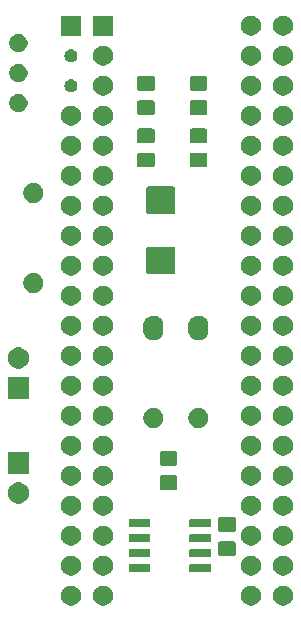
<source format=gbr>
G04 #@! TF.GenerationSoftware,KiCad,Pcbnew,(5.1.5)-3*
G04 #@! TF.CreationDate,2020-08-12T10:23:50-04:00*
G04 #@! TF.ProjectId,vic20-svideoLHM,76696332-302d-4737-9669-64656f4c484d,rev?*
G04 #@! TF.SameCoordinates,Original*
G04 #@! TF.FileFunction,Soldermask,Top*
G04 #@! TF.FilePolarity,Negative*
%FSLAX46Y46*%
G04 Gerber Fmt 4.6, Leading zero omitted, Abs format (unit mm)*
G04 Created by KiCad (PCBNEW (5.1.5)-3) date 2020-08-12 10:23:50*
%MOMM*%
%LPD*%
G04 APERTURE LIST*
%ADD10C,0.100000*%
G04 APERTURE END LIST*
D10*
G36*
X77269229Y-70098704D02*
G01*
X77424101Y-70162854D01*
X77563482Y-70255986D01*
X77682016Y-70374520D01*
X77775148Y-70513901D01*
X77839298Y-70668773D01*
X77872001Y-70833185D01*
X77872001Y-71000817D01*
X77839298Y-71165229D01*
X77775148Y-71320101D01*
X77682016Y-71459482D01*
X77563482Y-71578016D01*
X77424101Y-71671148D01*
X77269229Y-71735298D01*
X77104817Y-71768001D01*
X76937185Y-71768001D01*
X76772773Y-71735298D01*
X76617901Y-71671148D01*
X76478520Y-71578016D01*
X76359986Y-71459482D01*
X76266854Y-71320101D01*
X76202704Y-71165229D01*
X76170001Y-71000817D01*
X76170001Y-70833185D01*
X76202704Y-70668773D01*
X76266854Y-70513901D01*
X76359986Y-70374520D01*
X76478520Y-70255986D01*
X76617901Y-70162854D01*
X76772773Y-70098704D01*
X76937185Y-70066001D01*
X77104817Y-70066001D01*
X77269229Y-70098704D01*
G37*
G36*
X74543228Y-70098704D02*
G01*
X74698100Y-70162854D01*
X74837481Y-70255986D01*
X74956015Y-70374520D01*
X75049147Y-70513901D01*
X75113297Y-70668773D01*
X75146000Y-70833185D01*
X75146000Y-71000817D01*
X75113297Y-71165229D01*
X75049147Y-71320101D01*
X74956015Y-71459482D01*
X74837481Y-71578016D01*
X74698100Y-71671148D01*
X74543228Y-71735298D01*
X74378816Y-71768001D01*
X74211184Y-71768001D01*
X74046772Y-71735298D01*
X73891900Y-71671148D01*
X73752519Y-71578016D01*
X73633985Y-71459482D01*
X73540853Y-71320101D01*
X73476703Y-71165229D01*
X73444000Y-71000817D01*
X73444000Y-70833185D01*
X73476703Y-70668773D01*
X73540853Y-70513901D01*
X73633985Y-70374520D01*
X73752519Y-70255986D01*
X73891900Y-70162854D01*
X74046772Y-70098704D01*
X74211184Y-70066001D01*
X74378816Y-70066001D01*
X74543228Y-70098704D01*
G37*
G36*
X62029229Y-70098704D02*
G01*
X62184101Y-70162854D01*
X62323482Y-70255986D01*
X62442016Y-70374520D01*
X62535148Y-70513901D01*
X62599298Y-70668773D01*
X62632001Y-70833185D01*
X62632001Y-71000817D01*
X62599298Y-71165229D01*
X62535148Y-71320101D01*
X62442016Y-71459482D01*
X62323482Y-71578016D01*
X62184101Y-71671148D01*
X62029229Y-71735298D01*
X61864817Y-71768001D01*
X61697185Y-71768001D01*
X61532773Y-71735298D01*
X61377901Y-71671148D01*
X61238520Y-71578016D01*
X61119986Y-71459482D01*
X61026854Y-71320101D01*
X60962704Y-71165229D01*
X60930001Y-71000817D01*
X60930001Y-70833185D01*
X60962704Y-70668773D01*
X61026854Y-70513901D01*
X61119986Y-70374520D01*
X61238520Y-70255986D01*
X61377901Y-70162854D01*
X61532773Y-70098704D01*
X61697185Y-70066001D01*
X61864817Y-70066001D01*
X62029229Y-70098704D01*
G37*
G36*
X59303228Y-70098704D02*
G01*
X59458100Y-70162854D01*
X59597481Y-70255986D01*
X59716015Y-70374520D01*
X59809147Y-70513901D01*
X59873297Y-70668773D01*
X59906000Y-70833185D01*
X59906000Y-71000817D01*
X59873297Y-71165229D01*
X59809147Y-71320101D01*
X59716015Y-71459482D01*
X59597481Y-71578016D01*
X59458100Y-71671148D01*
X59303228Y-71735298D01*
X59138816Y-71768001D01*
X58971184Y-71768001D01*
X58806772Y-71735298D01*
X58651900Y-71671148D01*
X58512519Y-71578016D01*
X58393985Y-71459482D01*
X58300853Y-71320101D01*
X58236703Y-71165229D01*
X58204000Y-71000817D01*
X58204000Y-70833185D01*
X58236703Y-70668773D01*
X58300853Y-70513901D01*
X58393985Y-70374520D01*
X58512519Y-70255986D01*
X58651900Y-70162854D01*
X58806772Y-70098704D01*
X58971184Y-70066001D01*
X59138816Y-70066001D01*
X59303228Y-70098704D01*
G37*
G36*
X59303228Y-67558704D02*
G01*
X59458100Y-67622854D01*
X59597481Y-67715986D01*
X59716015Y-67834520D01*
X59809147Y-67973901D01*
X59873297Y-68128773D01*
X59906000Y-68293185D01*
X59906000Y-68460817D01*
X59873297Y-68625229D01*
X59809147Y-68780101D01*
X59716015Y-68919482D01*
X59597481Y-69038016D01*
X59458100Y-69131148D01*
X59303228Y-69195298D01*
X59138816Y-69228001D01*
X58971184Y-69228001D01*
X58806772Y-69195298D01*
X58651900Y-69131148D01*
X58512519Y-69038016D01*
X58393985Y-68919482D01*
X58300853Y-68780101D01*
X58236703Y-68625229D01*
X58204000Y-68460817D01*
X58204000Y-68293185D01*
X58236703Y-68128773D01*
X58300853Y-67973901D01*
X58393985Y-67834520D01*
X58512519Y-67715986D01*
X58651900Y-67622854D01*
X58806772Y-67558704D01*
X58971184Y-67526001D01*
X59138816Y-67526001D01*
X59303228Y-67558704D01*
G37*
G36*
X62029229Y-67558704D02*
G01*
X62184101Y-67622854D01*
X62323482Y-67715986D01*
X62442016Y-67834520D01*
X62535148Y-67973901D01*
X62599298Y-68128773D01*
X62632001Y-68293185D01*
X62632001Y-68460817D01*
X62599298Y-68625229D01*
X62535148Y-68780101D01*
X62442016Y-68919482D01*
X62323482Y-69038016D01*
X62184101Y-69131148D01*
X62029229Y-69195298D01*
X61864817Y-69228001D01*
X61697185Y-69228001D01*
X61532773Y-69195298D01*
X61377901Y-69131148D01*
X61238520Y-69038016D01*
X61119986Y-68919482D01*
X61026854Y-68780101D01*
X60962704Y-68625229D01*
X60930001Y-68460817D01*
X60930001Y-68293185D01*
X60962704Y-68128773D01*
X61026854Y-67973901D01*
X61119986Y-67834520D01*
X61238520Y-67715986D01*
X61377901Y-67622854D01*
X61532773Y-67558704D01*
X61697185Y-67526001D01*
X61864817Y-67526001D01*
X62029229Y-67558704D01*
G37*
G36*
X77269229Y-67558704D02*
G01*
X77424101Y-67622854D01*
X77563482Y-67715986D01*
X77682016Y-67834520D01*
X77775148Y-67973901D01*
X77839298Y-68128773D01*
X77872001Y-68293185D01*
X77872001Y-68460817D01*
X77839298Y-68625229D01*
X77775148Y-68780101D01*
X77682016Y-68919482D01*
X77563482Y-69038016D01*
X77424101Y-69131148D01*
X77269229Y-69195298D01*
X77104817Y-69228001D01*
X76937185Y-69228001D01*
X76772773Y-69195298D01*
X76617901Y-69131148D01*
X76478520Y-69038016D01*
X76359986Y-68919482D01*
X76266854Y-68780101D01*
X76202704Y-68625229D01*
X76170001Y-68460817D01*
X76170001Y-68293185D01*
X76202704Y-68128773D01*
X76266854Y-67973901D01*
X76359986Y-67834520D01*
X76478520Y-67715986D01*
X76617901Y-67622854D01*
X76772773Y-67558704D01*
X76937185Y-67526001D01*
X77104817Y-67526001D01*
X77269229Y-67558704D01*
G37*
G36*
X74543228Y-67558704D02*
G01*
X74698100Y-67622854D01*
X74837481Y-67715986D01*
X74956015Y-67834520D01*
X75049147Y-67973901D01*
X75113297Y-68128773D01*
X75146000Y-68293185D01*
X75146000Y-68460817D01*
X75113297Y-68625229D01*
X75049147Y-68780101D01*
X74956015Y-68919482D01*
X74837481Y-69038016D01*
X74698100Y-69131148D01*
X74543228Y-69195298D01*
X74378816Y-69228001D01*
X74211184Y-69228001D01*
X74046772Y-69195298D01*
X73891900Y-69131148D01*
X73752519Y-69038016D01*
X73633985Y-68919482D01*
X73540853Y-68780101D01*
X73476703Y-68625229D01*
X73444000Y-68460817D01*
X73444000Y-68293185D01*
X73476703Y-68128773D01*
X73540853Y-67973901D01*
X73633985Y-67834520D01*
X73752519Y-67715986D01*
X73891900Y-67622854D01*
X74046772Y-67558704D01*
X74211184Y-67526001D01*
X74378816Y-67526001D01*
X74543228Y-67558704D01*
G37*
G36*
X70846928Y-68231764D02*
G01*
X70868009Y-68238160D01*
X70887445Y-68248548D01*
X70904476Y-68262524D01*
X70918452Y-68279555D01*
X70928840Y-68298991D01*
X70935236Y-68320072D01*
X70938000Y-68348140D01*
X70938000Y-68811860D01*
X70935236Y-68839928D01*
X70928840Y-68861009D01*
X70918452Y-68880445D01*
X70904476Y-68897476D01*
X70887445Y-68911452D01*
X70868009Y-68921840D01*
X70846928Y-68928236D01*
X70818860Y-68931000D01*
X69205140Y-68931000D01*
X69177072Y-68928236D01*
X69155991Y-68921840D01*
X69136555Y-68911452D01*
X69119524Y-68897476D01*
X69105548Y-68880445D01*
X69095160Y-68861009D01*
X69088764Y-68839928D01*
X69086000Y-68811860D01*
X69086000Y-68348140D01*
X69088764Y-68320072D01*
X69095160Y-68298991D01*
X69105548Y-68279555D01*
X69119524Y-68262524D01*
X69136555Y-68248548D01*
X69155991Y-68238160D01*
X69177072Y-68231764D01*
X69205140Y-68229000D01*
X70818860Y-68229000D01*
X70846928Y-68231764D01*
G37*
G36*
X65696928Y-68231764D02*
G01*
X65718009Y-68238160D01*
X65737445Y-68248548D01*
X65754476Y-68262524D01*
X65768452Y-68279555D01*
X65778840Y-68298991D01*
X65785236Y-68320072D01*
X65788000Y-68348140D01*
X65788000Y-68811860D01*
X65785236Y-68839928D01*
X65778840Y-68861009D01*
X65768452Y-68880445D01*
X65754476Y-68897476D01*
X65737445Y-68911452D01*
X65718009Y-68921840D01*
X65696928Y-68928236D01*
X65668860Y-68931000D01*
X64055140Y-68931000D01*
X64027072Y-68928236D01*
X64005991Y-68921840D01*
X63986555Y-68911452D01*
X63969524Y-68897476D01*
X63955548Y-68880445D01*
X63945160Y-68861009D01*
X63938764Y-68839928D01*
X63936000Y-68811860D01*
X63936000Y-68348140D01*
X63938764Y-68320072D01*
X63945160Y-68298991D01*
X63955548Y-68279555D01*
X63969524Y-68262524D01*
X63986555Y-68248548D01*
X64005991Y-68238160D01*
X64027072Y-68231764D01*
X64055140Y-68229000D01*
X65668860Y-68229000D01*
X65696928Y-68231764D01*
G37*
G36*
X70846928Y-66961764D02*
G01*
X70868009Y-66968160D01*
X70887445Y-66978548D01*
X70904476Y-66992524D01*
X70918452Y-67009555D01*
X70928840Y-67028991D01*
X70935236Y-67050072D01*
X70938000Y-67078140D01*
X70938000Y-67541860D01*
X70935236Y-67569928D01*
X70928840Y-67591009D01*
X70918452Y-67610445D01*
X70904476Y-67627476D01*
X70887445Y-67641452D01*
X70868009Y-67651840D01*
X70846928Y-67658236D01*
X70818860Y-67661000D01*
X69205140Y-67661000D01*
X69177072Y-67658236D01*
X69155991Y-67651840D01*
X69136555Y-67641452D01*
X69119524Y-67627476D01*
X69105548Y-67610445D01*
X69095160Y-67591009D01*
X69088764Y-67569928D01*
X69086000Y-67541860D01*
X69086000Y-67078140D01*
X69088764Y-67050072D01*
X69095160Y-67028991D01*
X69105548Y-67009555D01*
X69119524Y-66992524D01*
X69136555Y-66978548D01*
X69155991Y-66968160D01*
X69177072Y-66961764D01*
X69205140Y-66959000D01*
X70818860Y-66959000D01*
X70846928Y-66961764D01*
G37*
G36*
X65696928Y-66961764D02*
G01*
X65718009Y-66968160D01*
X65737445Y-66978548D01*
X65754476Y-66992524D01*
X65768452Y-67009555D01*
X65778840Y-67028991D01*
X65785236Y-67050072D01*
X65788000Y-67078140D01*
X65788000Y-67541860D01*
X65785236Y-67569928D01*
X65778840Y-67591009D01*
X65768452Y-67610445D01*
X65754476Y-67627476D01*
X65737445Y-67641452D01*
X65718009Y-67651840D01*
X65696928Y-67658236D01*
X65668860Y-67661000D01*
X64055140Y-67661000D01*
X64027072Y-67658236D01*
X64005991Y-67651840D01*
X63986555Y-67641452D01*
X63969524Y-67627476D01*
X63955548Y-67610445D01*
X63945160Y-67591009D01*
X63938764Y-67569928D01*
X63936000Y-67541860D01*
X63936000Y-67078140D01*
X63938764Y-67050072D01*
X63945160Y-67028991D01*
X63955548Y-67009555D01*
X63969524Y-66992524D01*
X63986555Y-66978548D01*
X64005991Y-66968160D01*
X64027072Y-66961764D01*
X64055140Y-66959000D01*
X65668860Y-66959000D01*
X65696928Y-66961764D01*
G37*
G36*
X72851674Y-66316465D02*
G01*
X72889367Y-66327899D01*
X72924103Y-66346466D01*
X72954548Y-66371452D01*
X72979534Y-66401897D01*
X72998101Y-66436633D01*
X73009535Y-66474326D01*
X73014000Y-66519661D01*
X73014000Y-67356339D01*
X73009535Y-67401674D01*
X72998101Y-67439367D01*
X72979534Y-67474103D01*
X72954548Y-67504548D01*
X72924103Y-67529534D01*
X72889367Y-67548101D01*
X72851674Y-67559535D01*
X72806339Y-67564000D01*
X71719661Y-67564000D01*
X71674326Y-67559535D01*
X71636633Y-67548101D01*
X71601897Y-67529534D01*
X71571452Y-67504548D01*
X71546466Y-67474103D01*
X71527899Y-67439367D01*
X71516465Y-67401674D01*
X71512000Y-67356339D01*
X71512000Y-66519661D01*
X71516465Y-66474326D01*
X71527899Y-66436633D01*
X71546466Y-66401897D01*
X71571452Y-66371452D01*
X71601897Y-66346466D01*
X71636633Y-66327899D01*
X71674326Y-66316465D01*
X71719661Y-66312000D01*
X72806339Y-66312000D01*
X72851674Y-66316465D01*
G37*
G36*
X74543228Y-65018704D02*
G01*
X74698100Y-65082854D01*
X74837481Y-65175986D01*
X74956015Y-65294520D01*
X75049147Y-65433901D01*
X75113297Y-65588773D01*
X75146000Y-65753185D01*
X75146000Y-65920817D01*
X75113297Y-66085229D01*
X75049147Y-66240101D01*
X74956015Y-66379482D01*
X74837481Y-66498016D01*
X74698100Y-66591148D01*
X74543228Y-66655298D01*
X74378816Y-66688001D01*
X74211184Y-66688001D01*
X74046772Y-66655298D01*
X73891900Y-66591148D01*
X73752519Y-66498016D01*
X73633985Y-66379482D01*
X73540853Y-66240101D01*
X73476703Y-66085229D01*
X73444000Y-65920817D01*
X73444000Y-65753185D01*
X73476703Y-65588773D01*
X73540853Y-65433901D01*
X73633985Y-65294520D01*
X73752519Y-65175986D01*
X73891900Y-65082854D01*
X74046772Y-65018704D01*
X74211184Y-64986001D01*
X74378816Y-64986001D01*
X74543228Y-65018704D01*
G37*
G36*
X59303228Y-65018704D02*
G01*
X59458100Y-65082854D01*
X59597481Y-65175986D01*
X59716015Y-65294520D01*
X59809147Y-65433901D01*
X59873297Y-65588773D01*
X59906000Y-65753185D01*
X59906000Y-65920817D01*
X59873297Y-66085229D01*
X59809147Y-66240101D01*
X59716015Y-66379482D01*
X59597481Y-66498016D01*
X59458100Y-66591148D01*
X59303228Y-66655298D01*
X59138816Y-66688001D01*
X58971184Y-66688001D01*
X58806772Y-66655298D01*
X58651900Y-66591148D01*
X58512519Y-66498016D01*
X58393985Y-66379482D01*
X58300853Y-66240101D01*
X58236703Y-66085229D01*
X58204000Y-65920817D01*
X58204000Y-65753185D01*
X58236703Y-65588773D01*
X58300853Y-65433901D01*
X58393985Y-65294520D01*
X58512519Y-65175986D01*
X58651900Y-65082854D01*
X58806772Y-65018704D01*
X58971184Y-64986001D01*
X59138816Y-64986001D01*
X59303228Y-65018704D01*
G37*
G36*
X77269229Y-65018704D02*
G01*
X77424101Y-65082854D01*
X77563482Y-65175986D01*
X77682016Y-65294520D01*
X77775148Y-65433901D01*
X77839298Y-65588773D01*
X77872001Y-65753185D01*
X77872001Y-65920817D01*
X77839298Y-66085229D01*
X77775148Y-66240101D01*
X77682016Y-66379482D01*
X77563482Y-66498016D01*
X77424101Y-66591148D01*
X77269229Y-66655298D01*
X77104817Y-66688001D01*
X76937185Y-66688001D01*
X76772773Y-66655298D01*
X76617901Y-66591148D01*
X76478520Y-66498016D01*
X76359986Y-66379482D01*
X76266854Y-66240101D01*
X76202704Y-66085229D01*
X76170001Y-65920817D01*
X76170001Y-65753185D01*
X76202704Y-65588773D01*
X76266854Y-65433901D01*
X76359986Y-65294520D01*
X76478520Y-65175986D01*
X76617901Y-65082854D01*
X76772773Y-65018704D01*
X76937185Y-64986001D01*
X77104817Y-64986001D01*
X77269229Y-65018704D01*
G37*
G36*
X62029229Y-65018704D02*
G01*
X62184101Y-65082854D01*
X62323482Y-65175986D01*
X62442016Y-65294520D01*
X62535148Y-65433901D01*
X62599298Y-65588773D01*
X62632001Y-65753185D01*
X62632001Y-65920817D01*
X62599298Y-66085229D01*
X62535148Y-66240101D01*
X62442016Y-66379482D01*
X62323482Y-66498016D01*
X62184101Y-66591148D01*
X62029229Y-66655298D01*
X61864817Y-66688001D01*
X61697185Y-66688001D01*
X61532773Y-66655298D01*
X61377901Y-66591148D01*
X61238520Y-66498016D01*
X61119986Y-66379482D01*
X61026854Y-66240101D01*
X60962704Y-66085229D01*
X60930001Y-65920817D01*
X60930001Y-65753185D01*
X60962704Y-65588773D01*
X61026854Y-65433901D01*
X61119986Y-65294520D01*
X61238520Y-65175986D01*
X61377901Y-65082854D01*
X61532773Y-65018704D01*
X61697185Y-64986001D01*
X61864817Y-64986001D01*
X62029229Y-65018704D01*
G37*
G36*
X65696928Y-65691764D02*
G01*
X65718009Y-65698160D01*
X65737445Y-65708548D01*
X65754476Y-65722524D01*
X65768452Y-65739555D01*
X65778840Y-65758991D01*
X65785236Y-65780072D01*
X65788000Y-65808140D01*
X65788000Y-66271860D01*
X65785236Y-66299928D01*
X65778840Y-66321009D01*
X65768452Y-66340445D01*
X65754476Y-66357476D01*
X65737445Y-66371452D01*
X65718009Y-66381840D01*
X65696928Y-66388236D01*
X65668860Y-66391000D01*
X64055140Y-66391000D01*
X64027072Y-66388236D01*
X64005991Y-66381840D01*
X63986555Y-66371452D01*
X63969524Y-66357476D01*
X63955548Y-66340445D01*
X63945160Y-66321009D01*
X63938764Y-66299928D01*
X63936000Y-66271860D01*
X63936000Y-65808140D01*
X63938764Y-65780072D01*
X63945160Y-65758991D01*
X63955548Y-65739555D01*
X63969524Y-65722524D01*
X63986555Y-65708548D01*
X64005991Y-65698160D01*
X64027072Y-65691764D01*
X64055140Y-65689000D01*
X65668860Y-65689000D01*
X65696928Y-65691764D01*
G37*
G36*
X70846928Y-65691764D02*
G01*
X70868009Y-65698160D01*
X70887445Y-65708548D01*
X70904476Y-65722524D01*
X70918452Y-65739555D01*
X70928840Y-65758991D01*
X70935236Y-65780072D01*
X70938000Y-65808140D01*
X70938000Y-66271860D01*
X70935236Y-66299928D01*
X70928840Y-66321009D01*
X70918452Y-66340445D01*
X70904476Y-66357476D01*
X70887445Y-66371452D01*
X70868009Y-66381840D01*
X70846928Y-66388236D01*
X70818860Y-66391000D01*
X69205140Y-66391000D01*
X69177072Y-66388236D01*
X69155991Y-66381840D01*
X69136555Y-66371452D01*
X69119524Y-66357476D01*
X69105548Y-66340445D01*
X69095160Y-66321009D01*
X69088764Y-66299928D01*
X69086000Y-66271860D01*
X69086000Y-65808140D01*
X69088764Y-65780072D01*
X69095160Y-65758991D01*
X69105548Y-65739555D01*
X69119524Y-65722524D01*
X69136555Y-65708548D01*
X69155991Y-65698160D01*
X69177072Y-65691764D01*
X69205140Y-65689000D01*
X70818860Y-65689000D01*
X70846928Y-65691764D01*
G37*
G36*
X72851674Y-64266465D02*
G01*
X72889367Y-64277899D01*
X72924103Y-64296466D01*
X72954548Y-64321452D01*
X72979534Y-64351897D01*
X72998101Y-64386633D01*
X73009535Y-64424326D01*
X73014000Y-64469661D01*
X73014000Y-65306339D01*
X73009535Y-65351674D01*
X72998101Y-65389367D01*
X72979534Y-65424103D01*
X72954548Y-65454548D01*
X72924103Y-65479534D01*
X72889367Y-65498101D01*
X72851674Y-65509535D01*
X72806339Y-65514000D01*
X71719661Y-65514000D01*
X71674326Y-65509535D01*
X71636633Y-65498101D01*
X71601897Y-65479534D01*
X71571452Y-65454548D01*
X71546466Y-65424103D01*
X71527899Y-65389367D01*
X71516465Y-65351674D01*
X71512000Y-65306339D01*
X71512000Y-64469661D01*
X71516465Y-64424326D01*
X71527899Y-64386633D01*
X71546466Y-64351897D01*
X71571452Y-64321452D01*
X71601897Y-64296466D01*
X71636633Y-64277899D01*
X71674326Y-64266465D01*
X71719661Y-64262000D01*
X72806339Y-64262000D01*
X72851674Y-64266465D01*
G37*
G36*
X70846928Y-64421764D02*
G01*
X70868009Y-64428160D01*
X70887445Y-64438548D01*
X70904476Y-64452524D01*
X70918452Y-64469555D01*
X70928840Y-64488991D01*
X70935236Y-64510072D01*
X70938000Y-64538140D01*
X70938000Y-65001860D01*
X70935236Y-65029928D01*
X70928840Y-65051009D01*
X70918452Y-65070445D01*
X70904476Y-65087476D01*
X70887445Y-65101452D01*
X70868009Y-65111840D01*
X70846928Y-65118236D01*
X70818860Y-65121000D01*
X69205140Y-65121000D01*
X69177072Y-65118236D01*
X69155991Y-65111840D01*
X69136555Y-65101452D01*
X69119524Y-65087476D01*
X69105548Y-65070445D01*
X69095160Y-65051009D01*
X69088764Y-65029928D01*
X69086000Y-65001860D01*
X69086000Y-64538140D01*
X69088764Y-64510072D01*
X69095160Y-64488991D01*
X69105548Y-64469555D01*
X69119524Y-64452524D01*
X69136555Y-64438548D01*
X69155991Y-64428160D01*
X69177072Y-64421764D01*
X69205140Y-64419000D01*
X70818860Y-64419000D01*
X70846928Y-64421764D01*
G37*
G36*
X65696928Y-64421764D02*
G01*
X65718009Y-64428160D01*
X65737445Y-64438548D01*
X65754476Y-64452524D01*
X65768452Y-64469555D01*
X65778840Y-64488991D01*
X65785236Y-64510072D01*
X65788000Y-64538140D01*
X65788000Y-65001860D01*
X65785236Y-65029928D01*
X65778840Y-65051009D01*
X65768452Y-65070445D01*
X65754476Y-65087476D01*
X65737445Y-65101452D01*
X65718009Y-65111840D01*
X65696928Y-65118236D01*
X65668860Y-65121000D01*
X64055140Y-65121000D01*
X64027072Y-65118236D01*
X64005991Y-65111840D01*
X63986555Y-65101452D01*
X63969524Y-65087476D01*
X63955548Y-65070445D01*
X63945160Y-65051009D01*
X63938764Y-65029928D01*
X63936000Y-65001860D01*
X63936000Y-64538140D01*
X63938764Y-64510072D01*
X63945160Y-64488991D01*
X63955548Y-64469555D01*
X63969524Y-64452524D01*
X63986555Y-64438548D01*
X64005991Y-64428160D01*
X64027072Y-64421764D01*
X64055140Y-64419000D01*
X65668860Y-64419000D01*
X65696928Y-64421764D01*
G37*
G36*
X77269229Y-62478704D02*
G01*
X77424101Y-62542854D01*
X77563482Y-62635986D01*
X77682016Y-62754520D01*
X77775148Y-62893901D01*
X77839298Y-63048773D01*
X77872001Y-63213185D01*
X77872001Y-63380817D01*
X77839298Y-63545229D01*
X77775148Y-63700101D01*
X77682016Y-63839482D01*
X77563482Y-63958016D01*
X77424101Y-64051148D01*
X77269229Y-64115298D01*
X77104817Y-64148001D01*
X76937185Y-64148001D01*
X76772773Y-64115298D01*
X76617901Y-64051148D01*
X76478520Y-63958016D01*
X76359986Y-63839482D01*
X76266854Y-63700101D01*
X76202704Y-63545229D01*
X76170001Y-63380817D01*
X76170001Y-63213185D01*
X76202704Y-63048773D01*
X76266854Y-62893901D01*
X76359986Y-62754520D01*
X76478520Y-62635986D01*
X76617901Y-62542854D01*
X76772773Y-62478704D01*
X76937185Y-62446001D01*
X77104817Y-62446001D01*
X77269229Y-62478704D01*
G37*
G36*
X74543228Y-62478704D02*
G01*
X74698100Y-62542854D01*
X74837481Y-62635986D01*
X74956015Y-62754520D01*
X75049147Y-62893901D01*
X75113297Y-63048773D01*
X75146000Y-63213185D01*
X75146000Y-63380817D01*
X75113297Y-63545229D01*
X75049147Y-63700101D01*
X74956015Y-63839482D01*
X74837481Y-63958016D01*
X74698100Y-64051148D01*
X74543228Y-64115298D01*
X74378816Y-64148001D01*
X74211184Y-64148001D01*
X74046772Y-64115298D01*
X73891900Y-64051148D01*
X73752519Y-63958016D01*
X73633985Y-63839482D01*
X73540853Y-63700101D01*
X73476703Y-63545229D01*
X73444000Y-63380817D01*
X73444000Y-63213185D01*
X73476703Y-63048773D01*
X73540853Y-62893901D01*
X73633985Y-62754520D01*
X73752519Y-62635986D01*
X73891900Y-62542854D01*
X74046772Y-62478704D01*
X74211184Y-62446001D01*
X74378816Y-62446001D01*
X74543228Y-62478704D01*
G37*
G36*
X59303228Y-62478704D02*
G01*
X59458100Y-62542854D01*
X59597481Y-62635986D01*
X59716015Y-62754520D01*
X59809147Y-62893901D01*
X59873297Y-63048773D01*
X59906000Y-63213185D01*
X59906000Y-63380817D01*
X59873297Y-63545229D01*
X59809147Y-63700101D01*
X59716015Y-63839482D01*
X59597481Y-63958016D01*
X59458100Y-64051148D01*
X59303228Y-64115298D01*
X59138816Y-64148001D01*
X58971184Y-64148001D01*
X58806772Y-64115298D01*
X58651900Y-64051148D01*
X58512519Y-63958016D01*
X58393985Y-63839482D01*
X58300853Y-63700101D01*
X58236703Y-63545229D01*
X58204000Y-63380817D01*
X58204000Y-63213185D01*
X58236703Y-63048773D01*
X58300853Y-62893901D01*
X58393985Y-62754520D01*
X58512519Y-62635986D01*
X58651900Y-62542854D01*
X58806772Y-62478704D01*
X58971184Y-62446001D01*
X59138816Y-62446001D01*
X59303228Y-62478704D01*
G37*
G36*
X62029229Y-62478704D02*
G01*
X62184101Y-62542854D01*
X62323482Y-62635986D01*
X62442016Y-62754520D01*
X62535148Y-62893901D01*
X62599298Y-63048773D01*
X62632001Y-63213185D01*
X62632001Y-63380817D01*
X62599298Y-63545229D01*
X62535148Y-63700101D01*
X62442016Y-63839482D01*
X62323482Y-63958016D01*
X62184101Y-64051148D01*
X62029229Y-64115298D01*
X61864817Y-64148001D01*
X61697185Y-64148001D01*
X61532773Y-64115298D01*
X61377901Y-64051148D01*
X61238520Y-63958016D01*
X61119986Y-63839482D01*
X61026854Y-63700101D01*
X60962704Y-63545229D01*
X60930001Y-63380817D01*
X60930001Y-63213185D01*
X60962704Y-63048773D01*
X61026854Y-62893901D01*
X61119986Y-62754520D01*
X61238520Y-62635986D01*
X61377901Y-62542854D01*
X61532773Y-62478704D01*
X61697185Y-62446001D01*
X61864817Y-62446001D01*
X62029229Y-62478704D01*
G37*
G36*
X54723512Y-61333927D02*
G01*
X54872812Y-61363624D01*
X55036784Y-61431544D01*
X55184354Y-61530147D01*
X55309853Y-61655646D01*
X55408456Y-61803216D01*
X55476376Y-61967188D01*
X55511000Y-62141259D01*
X55511000Y-62318741D01*
X55476376Y-62492812D01*
X55408456Y-62656784D01*
X55309853Y-62804354D01*
X55184354Y-62929853D01*
X55036784Y-63028456D01*
X54872812Y-63096376D01*
X54723512Y-63126073D01*
X54698742Y-63131000D01*
X54521258Y-63131000D01*
X54496488Y-63126073D01*
X54347188Y-63096376D01*
X54183216Y-63028456D01*
X54035646Y-62929853D01*
X53910147Y-62804354D01*
X53811544Y-62656784D01*
X53743624Y-62492812D01*
X53709000Y-62318741D01*
X53709000Y-62141259D01*
X53743624Y-61967188D01*
X53811544Y-61803216D01*
X53910147Y-61655646D01*
X54035646Y-61530147D01*
X54183216Y-61431544D01*
X54347188Y-61363624D01*
X54496488Y-61333927D01*
X54521258Y-61329000D01*
X54698742Y-61329000D01*
X54723512Y-61333927D01*
G37*
G36*
X67898674Y-60728465D02*
G01*
X67936367Y-60739899D01*
X67971103Y-60758466D01*
X68001548Y-60783452D01*
X68026534Y-60813897D01*
X68045101Y-60848633D01*
X68056535Y-60886326D01*
X68061000Y-60931661D01*
X68061000Y-61768339D01*
X68056535Y-61813674D01*
X68045101Y-61851367D01*
X68026534Y-61886103D01*
X68001548Y-61916548D01*
X67971103Y-61941534D01*
X67936367Y-61960101D01*
X67898674Y-61971535D01*
X67853339Y-61976000D01*
X66766661Y-61976000D01*
X66721326Y-61971535D01*
X66683633Y-61960101D01*
X66648897Y-61941534D01*
X66618452Y-61916548D01*
X66593466Y-61886103D01*
X66574899Y-61851367D01*
X66563465Y-61813674D01*
X66559000Y-61768339D01*
X66559000Y-60931661D01*
X66563465Y-60886326D01*
X66574899Y-60848633D01*
X66593466Y-60813897D01*
X66618452Y-60783452D01*
X66648897Y-60758466D01*
X66683633Y-60739899D01*
X66721326Y-60728465D01*
X66766661Y-60724000D01*
X67853339Y-60724000D01*
X67898674Y-60728465D01*
G37*
G36*
X77269229Y-59938704D02*
G01*
X77424101Y-60002854D01*
X77563482Y-60095986D01*
X77682016Y-60214520D01*
X77775148Y-60353901D01*
X77839298Y-60508773D01*
X77872001Y-60673185D01*
X77872001Y-60840817D01*
X77839298Y-61005229D01*
X77775148Y-61160101D01*
X77682016Y-61299482D01*
X77563482Y-61418016D01*
X77424101Y-61511148D01*
X77269229Y-61575298D01*
X77104817Y-61608001D01*
X76937185Y-61608001D01*
X76772773Y-61575298D01*
X76617901Y-61511148D01*
X76478520Y-61418016D01*
X76359986Y-61299482D01*
X76266854Y-61160101D01*
X76202704Y-61005229D01*
X76170001Y-60840817D01*
X76170001Y-60673185D01*
X76202704Y-60508773D01*
X76266854Y-60353901D01*
X76359986Y-60214520D01*
X76478520Y-60095986D01*
X76617901Y-60002854D01*
X76772773Y-59938704D01*
X76937185Y-59906001D01*
X77104817Y-59906001D01*
X77269229Y-59938704D01*
G37*
G36*
X74543228Y-59938704D02*
G01*
X74698100Y-60002854D01*
X74837481Y-60095986D01*
X74956015Y-60214520D01*
X75049147Y-60353901D01*
X75113297Y-60508773D01*
X75146000Y-60673185D01*
X75146000Y-60840817D01*
X75113297Y-61005229D01*
X75049147Y-61160101D01*
X74956015Y-61299482D01*
X74837481Y-61418016D01*
X74698100Y-61511148D01*
X74543228Y-61575298D01*
X74378816Y-61608001D01*
X74211184Y-61608001D01*
X74046772Y-61575298D01*
X73891900Y-61511148D01*
X73752519Y-61418016D01*
X73633985Y-61299482D01*
X73540853Y-61160101D01*
X73476703Y-61005229D01*
X73444000Y-60840817D01*
X73444000Y-60673185D01*
X73476703Y-60508773D01*
X73540853Y-60353901D01*
X73633985Y-60214520D01*
X73752519Y-60095986D01*
X73891900Y-60002854D01*
X74046772Y-59938704D01*
X74211184Y-59906001D01*
X74378816Y-59906001D01*
X74543228Y-59938704D01*
G37*
G36*
X59303228Y-59938704D02*
G01*
X59458100Y-60002854D01*
X59597481Y-60095986D01*
X59716015Y-60214520D01*
X59809147Y-60353901D01*
X59873297Y-60508773D01*
X59906000Y-60673185D01*
X59906000Y-60840817D01*
X59873297Y-61005229D01*
X59809147Y-61160101D01*
X59716015Y-61299482D01*
X59597481Y-61418016D01*
X59458100Y-61511148D01*
X59303228Y-61575298D01*
X59138816Y-61608001D01*
X58971184Y-61608001D01*
X58806772Y-61575298D01*
X58651900Y-61511148D01*
X58512519Y-61418016D01*
X58393985Y-61299482D01*
X58300853Y-61160101D01*
X58236703Y-61005229D01*
X58204000Y-60840817D01*
X58204000Y-60673185D01*
X58236703Y-60508773D01*
X58300853Y-60353901D01*
X58393985Y-60214520D01*
X58512519Y-60095986D01*
X58651900Y-60002854D01*
X58806772Y-59938704D01*
X58971184Y-59906001D01*
X59138816Y-59906001D01*
X59303228Y-59938704D01*
G37*
G36*
X62029229Y-59938704D02*
G01*
X62184101Y-60002854D01*
X62323482Y-60095986D01*
X62442016Y-60214520D01*
X62535148Y-60353901D01*
X62599298Y-60508773D01*
X62632001Y-60673185D01*
X62632001Y-60840817D01*
X62599298Y-61005229D01*
X62535148Y-61160101D01*
X62442016Y-61299482D01*
X62323482Y-61418016D01*
X62184101Y-61511148D01*
X62029229Y-61575298D01*
X61864817Y-61608001D01*
X61697185Y-61608001D01*
X61532773Y-61575298D01*
X61377901Y-61511148D01*
X61238520Y-61418016D01*
X61119986Y-61299482D01*
X61026854Y-61160101D01*
X60962704Y-61005229D01*
X60930001Y-60840817D01*
X60930001Y-60673185D01*
X60962704Y-60508773D01*
X61026854Y-60353901D01*
X61119986Y-60214520D01*
X61238520Y-60095986D01*
X61377901Y-60002854D01*
X61532773Y-59938704D01*
X61697185Y-59906001D01*
X61864817Y-59906001D01*
X62029229Y-59938704D01*
G37*
G36*
X55511000Y-60591000D02*
G01*
X53709000Y-60591000D01*
X53709000Y-58789000D01*
X55511000Y-58789000D01*
X55511000Y-60591000D01*
G37*
G36*
X67898674Y-58678465D02*
G01*
X67936367Y-58689899D01*
X67971103Y-58708466D01*
X68001548Y-58733452D01*
X68026534Y-58763897D01*
X68045101Y-58798633D01*
X68056535Y-58836326D01*
X68061000Y-58881661D01*
X68061000Y-59718339D01*
X68056535Y-59763674D01*
X68045101Y-59801367D01*
X68026534Y-59836103D01*
X68001548Y-59866548D01*
X67971103Y-59891534D01*
X67936367Y-59910101D01*
X67898674Y-59921535D01*
X67853339Y-59926000D01*
X66766661Y-59926000D01*
X66721326Y-59921535D01*
X66683633Y-59910101D01*
X66648897Y-59891534D01*
X66618452Y-59866548D01*
X66593466Y-59836103D01*
X66574899Y-59801367D01*
X66563465Y-59763674D01*
X66559000Y-59718339D01*
X66559000Y-58881661D01*
X66563465Y-58836326D01*
X66574899Y-58798633D01*
X66593466Y-58763897D01*
X66618452Y-58733452D01*
X66648897Y-58708466D01*
X66683633Y-58689899D01*
X66721326Y-58678465D01*
X66766661Y-58674000D01*
X67853339Y-58674000D01*
X67898674Y-58678465D01*
G37*
G36*
X77269229Y-57398704D02*
G01*
X77424101Y-57462854D01*
X77563482Y-57555986D01*
X77682016Y-57674520D01*
X77775148Y-57813901D01*
X77839298Y-57968773D01*
X77872001Y-58133185D01*
X77872001Y-58300817D01*
X77839298Y-58465229D01*
X77775148Y-58620101D01*
X77682016Y-58759482D01*
X77563482Y-58878016D01*
X77424101Y-58971148D01*
X77269229Y-59035298D01*
X77104817Y-59068001D01*
X76937185Y-59068001D01*
X76772773Y-59035298D01*
X76617901Y-58971148D01*
X76478520Y-58878016D01*
X76359986Y-58759482D01*
X76266854Y-58620101D01*
X76202704Y-58465229D01*
X76170001Y-58300817D01*
X76170001Y-58133185D01*
X76202704Y-57968773D01*
X76266854Y-57813901D01*
X76359986Y-57674520D01*
X76478520Y-57555986D01*
X76617901Y-57462854D01*
X76772773Y-57398704D01*
X76937185Y-57366001D01*
X77104817Y-57366001D01*
X77269229Y-57398704D01*
G37*
G36*
X74543228Y-57398704D02*
G01*
X74698100Y-57462854D01*
X74837481Y-57555986D01*
X74956015Y-57674520D01*
X75049147Y-57813901D01*
X75113297Y-57968773D01*
X75146000Y-58133185D01*
X75146000Y-58300817D01*
X75113297Y-58465229D01*
X75049147Y-58620101D01*
X74956015Y-58759482D01*
X74837481Y-58878016D01*
X74698100Y-58971148D01*
X74543228Y-59035298D01*
X74378816Y-59068001D01*
X74211184Y-59068001D01*
X74046772Y-59035298D01*
X73891900Y-58971148D01*
X73752519Y-58878016D01*
X73633985Y-58759482D01*
X73540853Y-58620101D01*
X73476703Y-58465229D01*
X73444000Y-58300817D01*
X73444000Y-58133185D01*
X73476703Y-57968773D01*
X73540853Y-57813901D01*
X73633985Y-57674520D01*
X73752519Y-57555986D01*
X73891900Y-57462854D01*
X74046772Y-57398704D01*
X74211184Y-57366001D01*
X74378816Y-57366001D01*
X74543228Y-57398704D01*
G37*
G36*
X62029229Y-57398704D02*
G01*
X62184101Y-57462854D01*
X62323482Y-57555986D01*
X62442016Y-57674520D01*
X62535148Y-57813901D01*
X62599298Y-57968773D01*
X62632001Y-58133185D01*
X62632001Y-58300817D01*
X62599298Y-58465229D01*
X62535148Y-58620101D01*
X62442016Y-58759482D01*
X62323482Y-58878016D01*
X62184101Y-58971148D01*
X62029229Y-59035298D01*
X61864817Y-59068001D01*
X61697185Y-59068001D01*
X61532773Y-59035298D01*
X61377901Y-58971148D01*
X61238520Y-58878016D01*
X61119986Y-58759482D01*
X61026854Y-58620101D01*
X60962704Y-58465229D01*
X60930001Y-58300817D01*
X60930001Y-58133185D01*
X60962704Y-57968773D01*
X61026854Y-57813901D01*
X61119986Y-57674520D01*
X61238520Y-57555986D01*
X61377901Y-57462854D01*
X61532773Y-57398704D01*
X61697185Y-57366001D01*
X61864817Y-57366001D01*
X62029229Y-57398704D01*
G37*
G36*
X59303228Y-57398704D02*
G01*
X59458100Y-57462854D01*
X59597481Y-57555986D01*
X59716015Y-57674520D01*
X59809147Y-57813901D01*
X59873297Y-57968773D01*
X59906000Y-58133185D01*
X59906000Y-58300817D01*
X59873297Y-58465229D01*
X59809147Y-58620101D01*
X59716015Y-58759482D01*
X59597481Y-58878016D01*
X59458100Y-58971148D01*
X59303228Y-59035298D01*
X59138816Y-59068001D01*
X58971184Y-59068001D01*
X58806772Y-59035298D01*
X58651900Y-58971148D01*
X58512519Y-58878016D01*
X58393985Y-58759482D01*
X58300853Y-58620101D01*
X58236703Y-58465229D01*
X58204000Y-58300817D01*
X58204000Y-58133185D01*
X58236703Y-57968773D01*
X58300853Y-57813901D01*
X58393985Y-57674520D01*
X58512519Y-57555986D01*
X58651900Y-57462854D01*
X58806772Y-57398704D01*
X58971184Y-57366001D01*
X59138816Y-57366001D01*
X59303228Y-57398704D01*
G37*
G36*
X70098228Y-55061703D02*
G01*
X70253100Y-55125853D01*
X70392481Y-55218985D01*
X70511015Y-55337519D01*
X70604147Y-55476900D01*
X70668297Y-55631772D01*
X70701000Y-55796184D01*
X70701000Y-55963816D01*
X70668297Y-56128228D01*
X70604147Y-56283100D01*
X70511015Y-56422481D01*
X70392481Y-56541015D01*
X70253100Y-56634147D01*
X70098228Y-56698297D01*
X69933816Y-56731000D01*
X69766184Y-56731000D01*
X69601772Y-56698297D01*
X69446900Y-56634147D01*
X69307519Y-56541015D01*
X69188985Y-56422481D01*
X69095853Y-56283100D01*
X69031703Y-56128228D01*
X68999000Y-55963816D01*
X68999000Y-55796184D01*
X69031703Y-55631772D01*
X69095853Y-55476900D01*
X69188985Y-55337519D01*
X69307519Y-55218985D01*
X69446900Y-55125853D01*
X69601772Y-55061703D01*
X69766184Y-55029000D01*
X69933816Y-55029000D01*
X70098228Y-55061703D01*
G37*
G36*
X66288228Y-55061703D02*
G01*
X66443100Y-55125853D01*
X66582481Y-55218985D01*
X66701015Y-55337519D01*
X66794147Y-55476900D01*
X66858297Y-55631772D01*
X66891000Y-55796184D01*
X66891000Y-55963816D01*
X66858297Y-56128228D01*
X66794147Y-56283100D01*
X66701015Y-56422481D01*
X66582481Y-56541015D01*
X66443100Y-56634147D01*
X66288228Y-56698297D01*
X66123816Y-56731000D01*
X65956184Y-56731000D01*
X65791772Y-56698297D01*
X65636900Y-56634147D01*
X65497519Y-56541015D01*
X65378985Y-56422481D01*
X65285853Y-56283100D01*
X65221703Y-56128228D01*
X65189000Y-55963816D01*
X65189000Y-55796184D01*
X65221703Y-55631772D01*
X65285853Y-55476900D01*
X65378985Y-55337519D01*
X65497519Y-55218985D01*
X65636900Y-55125853D01*
X65791772Y-55061703D01*
X65956184Y-55029000D01*
X66123816Y-55029000D01*
X66288228Y-55061703D01*
G37*
G36*
X59303228Y-54858704D02*
G01*
X59458100Y-54922854D01*
X59597481Y-55015986D01*
X59716015Y-55134520D01*
X59809147Y-55273901D01*
X59873297Y-55428773D01*
X59906000Y-55593185D01*
X59906000Y-55760817D01*
X59873297Y-55925229D01*
X59809147Y-56080101D01*
X59716015Y-56219482D01*
X59597481Y-56338016D01*
X59458100Y-56431148D01*
X59303228Y-56495298D01*
X59138816Y-56528001D01*
X58971184Y-56528001D01*
X58806772Y-56495298D01*
X58651900Y-56431148D01*
X58512519Y-56338016D01*
X58393985Y-56219482D01*
X58300853Y-56080101D01*
X58236703Y-55925229D01*
X58204000Y-55760817D01*
X58204000Y-55593185D01*
X58236703Y-55428773D01*
X58300853Y-55273901D01*
X58393985Y-55134520D01*
X58512519Y-55015986D01*
X58651900Y-54922854D01*
X58806772Y-54858704D01*
X58971184Y-54826001D01*
X59138816Y-54826001D01*
X59303228Y-54858704D01*
G37*
G36*
X77269229Y-54858704D02*
G01*
X77424101Y-54922854D01*
X77563482Y-55015986D01*
X77682016Y-55134520D01*
X77775148Y-55273901D01*
X77839298Y-55428773D01*
X77872001Y-55593185D01*
X77872001Y-55760817D01*
X77839298Y-55925229D01*
X77775148Y-56080101D01*
X77682016Y-56219482D01*
X77563482Y-56338016D01*
X77424101Y-56431148D01*
X77269229Y-56495298D01*
X77104817Y-56528001D01*
X76937185Y-56528001D01*
X76772773Y-56495298D01*
X76617901Y-56431148D01*
X76478520Y-56338016D01*
X76359986Y-56219482D01*
X76266854Y-56080101D01*
X76202704Y-55925229D01*
X76170001Y-55760817D01*
X76170001Y-55593185D01*
X76202704Y-55428773D01*
X76266854Y-55273901D01*
X76359986Y-55134520D01*
X76478520Y-55015986D01*
X76617901Y-54922854D01*
X76772773Y-54858704D01*
X76937185Y-54826001D01*
X77104817Y-54826001D01*
X77269229Y-54858704D01*
G37*
G36*
X74543228Y-54858704D02*
G01*
X74698100Y-54922854D01*
X74837481Y-55015986D01*
X74956015Y-55134520D01*
X75049147Y-55273901D01*
X75113297Y-55428773D01*
X75146000Y-55593185D01*
X75146000Y-55760817D01*
X75113297Y-55925229D01*
X75049147Y-56080101D01*
X74956015Y-56219482D01*
X74837481Y-56338016D01*
X74698100Y-56431148D01*
X74543228Y-56495298D01*
X74378816Y-56528001D01*
X74211184Y-56528001D01*
X74046772Y-56495298D01*
X73891900Y-56431148D01*
X73752519Y-56338016D01*
X73633985Y-56219482D01*
X73540853Y-56080101D01*
X73476703Y-55925229D01*
X73444000Y-55760817D01*
X73444000Y-55593185D01*
X73476703Y-55428773D01*
X73540853Y-55273901D01*
X73633985Y-55134520D01*
X73752519Y-55015986D01*
X73891900Y-54922854D01*
X74046772Y-54858704D01*
X74211184Y-54826001D01*
X74378816Y-54826001D01*
X74543228Y-54858704D01*
G37*
G36*
X62029229Y-54858704D02*
G01*
X62184101Y-54922854D01*
X62323482Y-55015986D01*
X62442016Y-55134520D01*
X62535148Y-55273901D01*
X62599298Y-55428773D01*
X62632001Y-55593185D01*
X62632001Y-55760817D01*
X62599298Y-55925229D01*
X62535148Y-56080101D01*
X62442016Y-56219482D01*
X62323482Y-56338016D01*
X62184101Y-56431148D01*
X62029229Y-56495298D01*
X61864817Y-56528001D01*
X61697185Y-56528001D01*
X61532773Y-56495298D01*
X61377901Y-56431148D01*
X61238520Y-56338016D01*
X61119986Y-56219482D01*
X61026854Y-56080101D01*
X60962704Y-55925229D01*
X60930001Y-55760817D01*
X60930001Y-55593185D01*
X60962704Y-55428773D01*
X61026854Y-55273901D01*
X61119986Y-55134520D01*
X61238520Y-55015986D01*
X61377901Y-54922854D01*
X61532773Y-54858704D01*
X61697185Y-54826001D01*
X61864817Y-54826001D01*
X62029229Y-54858704D01*
G37*
G36*
X55511000Y-54241000D02*
G01*
X53709000Y-54241000D01*
X53709000Y-52439000D01*
X55511000Y-52439000D01*
X55511000Y-54241000D01*
G37*
G36*
X62029229Y-52318704D02*
G01*
X62184101Y-52382854D01*
X62323482Y-52475986D01*
X62442016Y-52594520D01*
X62535148Y-52733901D01*
X62599298Y-52888773D01*
X62632001Y-53053185D01*
X62632001Y-53220817D01*
X62599298Y-53385229D01*
X62535148Y-53540101D01*
X62442016Y-53679482D01*
X62323482Y-53798016D01*
X62184101Y-53891148D01*
X62029229Y-53955298D01*
X61864817Y-53988001D01*
X61697185Y-53988001D01*
X61532773Y-53955298D01*
X61377901Y-53891148D01*
X61238520Y-53798016D01*
X61119986Y-53679482D01*
X61026854Y-53540101D01*
X60962704Y-53385229D01*
X60930001Y-53220817D01*
X60930001Y-53053185D01*
X60962704Y-52888773D01*
X61026854Y-52733901D01*
X61119986Y-52594520D01*
X61238520Y-52475986D01*
X61377901Y-52382854D01*
X61532773Y-52318704D01*
X61697185Y-52286001D01*
X61864817Y-52286001D01*
X62029229Y-52318704D01*
G37*
G36*
X77269229Y-52318704D02*
G01*
X77424101Y-52382854D01*
X77563482Y-52475986D01*
X77682016Y-52594520D01*
X77775148Y-52733901D01*
X77839298Y-52888773D01*
X77872001Y-53053185D01*
X77872001Y-53220817D01*
X77839298Y-53385229D01*
X77775148Y-53540101D01*
X77682016Y-53679482D01*
X77563482Y-53798016D01*
X77424101Y-53891148D01*
X77269229Y-53955298D01*
X77104817Y-53988001D01*
X76937185Y-53988001D01*
X76772773Y-53955298D01*
X76617901Y-53891148D01*
X76478520Y-53798016D01*
X76359986Y-53679482D01*
X76266854Y-53540101D01*
X76202704Y-53385229D01*
X76170001Y-53220817D01*
X76170001Y-53053185D01*
X76202704Y-52888773D01*
X76266854Y-52733901D01*
X76359986Y-52594520D01*
X76478520Y-52475986D01*
X76617901Y-52382854D01*
X76772773Y-52318704D01*
X76937185Y-52286001D01*
X77104817Y-52286001D01*
X77269229Y-52318704D01*
G37*
G36*
X74543228Y-52318704D02*
G01*
X74698100Y-52382854D01*
X74837481Y-52475986D01*
X74956015Y-52594520D01*
X75049147Y-52733901D01*
X75113297Y-52888773D01*
X75146000Y-53053185D01*
X75146000Y-53220817D01*
X75113297Y-53385229D01*
X75049147Y-53540101D01*
X74956015Y-53679482D01*
X74837481Y-53798016D01*
X74698100Y-53891148D01*
X74543228Y-53955298D01*
X74378816Y-53988001D01*
X74211184Y-53988001D01*
X74046772Y-53955298D01*
X73891900Y-53891148D01*
X73752519Y-53798016D01*
X73633985Y-53679482D01*
X73540853Y-53540101D01*
X73476703Y-53385229D01*
X73444000Y-53220817D01*
X73444000Y-53053185D01*
X73476703Y-52888773D01*
X73540853Y-52733901D01*
X73633985Y-52594520D01*
X73752519Y-52475986D01*
X73891900Y-52382854D01*
X74046772Y-52318704D01*
X74211184Y-52286001D01*
X74378816Y-52286001D01*
X74543228Y-52318704D01*
G37*
G36*
X59303228Y-52318704D02*
G01*
X59458100Y-52382854D01*
X59597481Y-52475986D01*
X59716015Y-52594520D01*
X59809147Y-52733901D01*
X59873297Y-52888773D01*
X59906000Y-53053185D01*
X59906000Y-53220817D01*
X59873297Y-53385229D01*
X59809147Y-53540101D01*
X59716015Y-53679482D01*
X59597481Y-53798016D01*
X59458100Y-53891148D01*
X59303228Y-53955298D01*
X59138816Y-53988001D01*
X58971184Y-53988001D01*
X58806772Y-53955298D01*
X58651900Y-53891148D01*
X58512519Y-53798016D01*
X58393985Y-53679482D01*
X58300853Y-53540101D01*
X58236703Y-53385229D01*
X58204000Y-53220817D01*
X58204000Y-53053185D01*
X58236703Y-52888773D01*
X58300853Y-52733901D01*
X58393985Y-52594520D01*
X58512519Y-52475986D01*
X58651900Y-52382854D01*
X58806772Y-52318704D01*
X58971184Y-52286001D01*
X59138816Y-52286001D01*
X59303228Y-52318704D01*
G37*
G36*
X54723512Y-49903927D02*
G01*
X54872812Y-49933624D01*
X55036784Y-50001544D01*
X55184354Y-50100147D01*
X55309853Y-50225646D01*
X55408456Y-50373216D01*
X55476376Y-50537188D01*
X55511000Y-50711259D01*
X55511000Y-50888741D01*
X55476376Y-51062812D01*
X55408456Y-51226784D01*
X55309853Y-51374354D01*
X55184354Y-51499853D01*
X55036784Y-51598456D01*
X54872812Y-51666376D01*
X54723512Y-51696073D01*
X54698742Y-51701000D01*
X54521258Y-51701000D01*
X54496488Y-51696073D01*
X54347188Y-51666376D01*
X54183216Y-51598456D01*
X54035646Y-51499853D01*
X53910147Y-51374354D01*
X53811544Y-51226784D01*
X53743624Y-51062812D01*
X53709000Y-50888741D01*
X53709000Y-50711259D01*
X53743624Y-50537188D01*
X53811544Y-50373216D01*
X53910147Y-50225646D01*
X54035646Y-50100147D01*
X54183216Y-50001544D01*
X54347188Y-49933624D01*
X54496488Y-49903927D01*
X54521258Y-49899000D01*
X54698742Y-49899000D01*
X54723512Y-49903927D01*
G37*
G36*
X74543228Y-49778704D02*
G01*
X74698100Y-49842854D01*
X74837481Y-49935986D01*
X74956015Y-50054520D01*
X75049147Y-50193901D01*
X75113297Y-50348773D01*
X75146000Y-50513185D01*
X75146000Y-50680817D01*
X75113297Y-50845229D01*
X75049147Y-51000101D01*
X74956015Y-51139482D01*
X74837481Y-51258016D01*
X74698100Y-51351148D01*
X74543228Y-51415298D01*
X74378816Y-51448001D01*
X74211184Y-51448001D01*
X74046772Y-51415298D01*
X73891900Y-51351148D01*
X73752519Y-51258016D01*
X73633985Y-51139482D01*
X73540853Y-51000101D01*
X73476703Y-50845229D01*
X73444000Y-50680817D01*
X73444000Y-50513185D01*
X73476703Y-50348773D01*
X73540853Y-50193901D01*
X73633985Y-50054520D01*
X73752519Y-49935986D01*
X73891900Y-49842854D01*
X74046772Y-49778704D01*
X74211184Y-49746001D01*
X74378816Y-49746001D01*
X74543228Y-49778704D01*
G37*
G36*
X59303228Y-49778704D02*
G01*
X59458100Y-49842854D01*
X59597481Y-49935986D01*
X59716015Y-50054520D01*
X59809147Y-50193901D01*
X59873297Y-50348773D01*
X59906000Y-50513185D01*
X59906000Y-50680817D01*
X59873297Y-50845229D01*
X59809147Y-51000101D01*
X59716015Y-51139482D01*
X59597481Y-51258016D01*
X59458100Y-51351148D01*
X59303228Y-51415298D01*
X59138816Y-51448001D01*
X58971184Y-51448001D01*
X58806772Y-51415298D01*
X58651900Y-51351148D01*
X58512519Y-51258016D01*
X58393985Y-51139482D01*
X58300853Y-51000101D01*
X58236703Y-50845229D01*
X58204000Y-50680817D01*
X58204000Y-50513185D01*
X58236703Y-50348773D01*
X58300853Y-50193901D01*
X58393985Y-50054520D01*
X58512519Y-49935986D01*
X58651900Y-49842854D01*
X58806772Y-49778704D01*
X58971184Y-49746001D01*
X59138816Y-49746001D01*
X59303228Y-49778704D01*
G37*
G36*
X77269229Y-49778704D02*
G01*
X77424101Y-49842854D01*
X77563482Y-49935986D01*
X77682016Y-50054520D01*
X77775148Y-50193901D01*
X77839298Y-50348773D01*
X77872001Y-50513185D01*
X77872001Y-50680817D01*
X77839298Y-50845229D01*
X77775148Y-51000101D01*
X77682016Y-51139482D01*
X77563482Y-51258016D01*
X77424101Y-51351148D01*
X77269229Y-51415298D01*
X77104817Y-51448001D01*
X76937185Y-51448001D01*
X76772773Y-51415298D01*
X76617901Y-51351148D01*
X76478520Y-51258016D01*
X76359986Y-51139482D01*
X76266854Y-51000101D01*
X76202704Y-50845229D01*
X76170001Y-50680817D01*
X76170001Y-50513185D01*
X76202704Y-50348773D01*
X76266854Y-50193901D01*
X76359986Y-50054520D01*
X76478520Y-49935986D01*
X76617901Y-49842854D01*
X76772773Y-49778704D01*
X76937185Y-49746001D01*
X77104817Y-49746001D01*
X77269229Y-49778704D01*
G37*
G36*
X62029229Y-49778704D02*
G01*
X62184101Y-49842854D01*
X62323482Y-49935986D01*
X62442016Y-50054520D01*
X62535148Y-50193901D01*
X62599298Y-50348773D01*
X62632001Y-50513185D01*
X62632001Y-50680817D01*
X62599298Y-50845229D01*
X62535148Y-51000101D01*
X62442016Y-51139482D01*
X62323482Y-51258016D01*
X62184101Y-51351148D01*
X62029229Y-51415298D01*
X61864817Y-51448001D01*
X61697185Y-51448001D01*
X61532773Y-51415298D01*
X61377901Y-51351148D01*
X61238520Y-51258016D01*
X61119986Y-51139482D01*
X61026854Y-51000101D01*
X60962704Y-50845229D01*
X60930001Y-50680817D01*
X60930001Y-50513185D01*
X60962704Y-50348773D01*
X61026854Y-50193901D01*
X61119986Y-50054520D01*
X61238520Y-49935986D01*
X61377901Y-49842854D01*
X61532773Y-49778704D01*
X61697185Y-49746001D01*
X61864817Y-49746001D01*
X62029229Y-49778704D01*
G37*
G36*
X66206822Y-47221313D02*
G01*
X66367241Y-47269976D01*
X66515077Y-47348995D01*
X66572335Y-47395986D01*
X66644659Y-47455341D01*
X66751004Y-47584922D01*
X66751005Y-47584924D01*
X66830024Y-47732758D01*
X66878687Y-47893177D01*
X66891000Y-48018196D01*
X66891000Y-48501803D01*
X66878687Y-48626822D01*
X66830024Y-48787242D01*
X66817245Y-48811149D01*
X66751004Y-48935078D01*
X66644659Y-49064659D01*
X66515078Y-49171004D01*
X66515076Y-49171005D01*
X66367242Y-49250024D01*
X66206823Y-49298687D01*
X66040000Y-49315117D01*
X65873178Y-49298687D01*
X65712759Y-49250024D01*
X65564925Y-49171005D01*
X65564923Y-49171004D01*
X65435342Y-49064659D01*
X65328996Y-48935078D01*
X65262755Y-48811149D01*
X65249976Y-48787242D01*
X65201313Y-48626823D01*
X65189000Y-48501804D01*
X65189000Y-48018197D01*
X65201313Y-47893178D01*
X65249976Y-47732759D01*
X65328995Y-47584923D01*
X65435341Y-47455341D01*
X65507665Y-47395986D01*
X65564922Y-47348996D01*
X65651250Y-47302853D01*
X65712758Y-47269976D01*
X65873177Y-47221313D01*
X66040000Y-47204883D01*
X66206822Y-47221313D01*
G37*
G36*
X70016822Y-47221313D02*
G01*
X70177241Y-47269976D01*
X70325077Y-47348995D01*
X70382335Y-47395986D01*
X70454659Y-47455341D01*
X70561004Y-47584922D01*
X70561005Y-47584924D01*
X70640024Y-47732758D01*
X70688687Y-47893177D01*
X70701000Y-48018196D01*
X70701000Y-48501803D01*
X70688687Y-48626822D01*
X70640024Y-48787242D01*
X70627245Y-48811149D01*
X70561004Y-48935078D01*
X70454659Y-49064659D01*
X70325078Y-49171004D01*
X70325076Y-49171005D01*
X70177242Y-49250024D01*
X70016823Y-49298687D01*
X69850000Y-49315117D01*
X69683178Y-49298687D01*
X69522759Y-49250024D01*
X69374925Y-49171005D01*
X69374923Y-49171004D01*
X69245342Y-49064659D01*
X69138996Y-48935078D01*
X69072755Y-48811149D01*
X69059976Y-48787242D01*
X69011313Y-48626823D01*
X68999000Y-48501804D01*
X68999000Y-48018197D01*
X69011313Y-47893178D01*
X69059976Y-47732759D01*
X69138995Y-47584923D01*
X69245341Y-47455341D01*
X69317665Y-47395986D01*
X69374922Y-47348996D01*
X69461250Y-47302853D01*
X69522758Y-47269976D01*
X69683177Y-47221313D01*
X69850000Y-47204883D01*
X70016822Y-47221313D01*
G37*
G36*
X77269229Y-47238704D02*
G01*
X77424101Y-47302854D01*
X77563482Y-47395986D01*
X77682016Y-47514520D01*
X77775148Y-47653901D01*
X77839298Y-47808773D01*
X77872001Y-47973185D01*
X77872001Y-48140817D01*
X77839298Y-48305229D01*
X77775148Y-48460101D01*
X77682016Y-48599482D01*
X77563482Y-48718016D01*
X77424101Y-48811148D01*
X77269229Y-48875298D01*
X77104817Y-48908001D01*
X76937185Y-48908001D01*
X76772773Y-48875298D01*
X76617901Y-48811148D01*
X76478520Y-48718016D01*
X76359986Y-48599482D01*
X76266854Y-48460101D01*
X76202704Y-48305229D01*
X76170001Y-48140817D01*
X76170001Y-47973185D01*
X76202704Y-47808773D01*
X76266854Y-47653901D01*
X76359986Y-47514520D01*
X76478520Y-47395986D01*
X76617901Y-47302854D01*
X76772773Y-47238704D01*
X76937185Y-47206001D01*
X77104817Y-47206001D01*
X77269229Y-47238704D01*
G37*
G36*
X59303228Y-47238704D02*
G01*
X59458100Y-47302854D01*
X59597481Y-47395986D01*
X59716015Y-47514520D01*
X59809147Y-47653901D01*
X59873297Y-47808773D01*
X59906000Y-47973185D01*
X59906000Y-48140817D01*
X59873297Y-48305229D01*
X59809147Y-48460101D01*
X59716015Y-48599482D01*
X59597481Y-48718016D01*
X59458100Y-48811148D01*
X59303228Y-48875298D01*
X59138816Y-48908001D01*
X58971184Y-48908001D01*
X58806772Y-48875298D01*
X58651900Y-48811148D01*
X58512519Y-48718016D01*
X58393985Y-48599482D01*
X58300853Y-48460101D01*
X58236703Y-48305229D01*
X58204000Y-48140817D01*
X58204000Y-47973185D01*
X58236703Y-47808773D01*
X58300853Y-47653901D01*
X58393985Y-47514520D01*
X58512519Y-47395986D01*
X58651900Y-47302854D01*
X58806772Y-47238704D01*
X58971184Y-47206001D01*
X59138816Y-47206001D01*
X59303228Y-47238704D01*
G37*
G36*
X62029229Y-47238704D02*
G01*
X62184101Y-47302854D01*
X62323482Y-47395986D01*
X62442016Y-47514520D01*
X62535148Y-47653901D01*
X62599298Y-47808773D01*
X62632001Y-47973185D01*
X62632001Y-48140817D01*
X62599298Y-48305229D01*
X62535148Y-48460101D01*
X62442016Y-48599482D01*
X62323482Y-48718016D01*
X62184101Y-48811148D01*
X62029229Y-48875298D01*
X61864817Y-48908001D01*
X61697185Y-48908001D01*
X61532773Y-48875298D01*
X61377901Y-48811148D01*
X61238520Y-48718016D01*
X61119986Y-48599482D01*
X61026854Y-48460101D01*
X60962704Y-48305229D01*
X60930001Y-48140817D01*
X60930001Y-47973185D01*
X60962704Y-47808773D01*
X61026854Y-47653901D01*
X61119986Y-47514520D01*
X61238520Y-47395986D01*
X61377901Y-47302854D01*
X61532773Y-47238704D01*
X61697185Y-47206001D01*
X61864817Y-47206001D01*
X62029229Y-47238704D01*
G37*
G36*
X74543228Y-47238704D02*
G01*
X74698100Y-47302854D01*
X74837481Y-47395986D01*
X74956015Y-47514520D01*
X75049147Y-47653901D01*
X75113297Y-47808773D01*
X75146000Y-47973185D01*
X75146000Y-48140817D01*
X75113297Y-48305229D01*
X75049147Y-48460101D01*
X74956015Y-48599482D01*
X74837481Y-48718016D01*
X74698100Y-48811148D01*
X74543228Y-48875298D01*
X74378816Y-48908001D01*
X74211184Y-48908001D01*
X74046772Y-48875298D01*
X73891900Y-48811148D01*
X73752519Y-48718016D01*
X73633985Y-48599482D01*
X73540853Y-48460101D01*
X73476703Y-48305229D01*
X73444000Y-48140817D01*
X73444000Y-47973185D01*
X73476703Y-47808773D01*
X73540853Y-47653901D01*
X73633985Y-47514520D01*
X73752519Y-47395986D01*
X73891900Y-47302854D01*
X74046772Y-47238704D01*
X74211184Y-47206001D01*
X74378816Y-47206001D01*
X74543228Y-47238704D01*
G37*
G36*
X59303228Y-44698704D02*
G01*
X59458100Y-44762854D01*
X59597481Y-44855986D01*
X59716015Y-44974520D01*
X59809147Y-45113901D01*
X59873297Y-45268773D01*
X59906000Y-45433185D01*
X59906000Y-45600817D01*
X59873297Y-45765229D01*
X59809147Y-45920101D01*
X59716015Y-46059482D01*
X59597481Y-46178016D01*
X59458100Y-46271148D01*
X59303228Y-46335298D01*
X59138816Y-46368001D01*
X58971184Y-46368001D01*
X58806772Y-46335298D01*
X58651900Y-46271148D01*
X58512519Y-46178016D01*
X58393985Y-46059482D01*
X58300853Y-45920101D01*
X58236703Y-45765229D01*
X58204000Y-45600817D01*
X58204000Y-45433185D01*
X58236703Y-45268773D01*
X58300853Y-45113901D01*
X58393985Y-44974520D01*
X58512519Y-44855986D01*
X58651900Y-44762854D01*
X58806772Y-44698704D01*
X58971184Y-44666001D01*
X59138816Y-44666001D01*
X59303228Y-44698704D01*
G37*
G36*
X62029229Y-44698704D02*
G01*
X62184101Y-44762854D01*
X62323482Y-44855986D01*
X62442016Y-44974520D01*
X62535148Y-45113901D01*
X62599298Y-45268773D01*
X62632001Y-45433185D01*
X62632001Y-45600817D01*
X62599298Y-45765229D01*
X62535148Y-45920101D01*
X62442016Y-46059482D01*
X62323482Y-46178016D01*
X62184101Y-46271148D01*
X62029229Y-46335298D01*
X61864817Y-46368001D01*
X61697185Y-46368001D01*
X61532773Y-46335298D01*
X61377901Y-46271148D01*
X61238520Y-46178016D01*
X61119986Y-46059482D01*
X61026854Y-45920101D01*
X60962704Y-45765229D01*
X60930001Y-45600817D01*
X60930001Y-45433185D01*
X60962704Y-45268773D01*
X61026854Y-45113901D01*
X61119986Y-44974520D01*
X61238520Y-44855986D01*
X61377901Y-44762854D01*
X61532773Y-44698704D01*
X61697185Y-44666001D01*
X61864817Y-44666001D01*
X62029229Y-44698704D01*
G37*
G36*
X77269229Y-44698704D02*
G01*
X77424101Y-44762854D01*
X77563482Y-44855986D01*
X77682016Y-44974520D01*
X77775148Y-45113901D01*
X77839298Y-45268773D01*
X77872001Y-45433185D01*
X77872001Y-45600817D01*
X77839298Y-45765229D01*
X77775148Y-45920101D01*
X77682016Y-46059482D01*
X77563482Y-46178016D01*
X77424101Y-46271148D01*
X77269229Y-46335298D01*
X77104817Y-46368001D01*
X76937185Y-46368001D01*
X76772773Y-46335298D01*
X76617901Y-46271148D01*
X76478520Y-46178016D01*
X76359986Y-46059482D01*
X76266854Y-45920101D01*
X76202704Y-45765229D01*
X76170001Y-45600817D01*
X76170001Y-45433185D01*
X76202704Y-45268773D01*
X76266854Y-45113901D01*
X76359986Y-44974520D01*
X76478520Y-44855986D01*
X76617901Y-44762854D01*
X76772773Y-44698704D01*
X76937185Y-44666001D01*
X77104817Y-44666001D01*
X77269229Y-44698704D01*
G37*
G36*
X74543228Y-44698704D02*
G01*
X74698100Y-44762854D01*
X74837481Y-44855986D01*
X74956015Y-44974520D01*
X75049147Y-45113901D01*
X75113297Y-45268773D01*
X75146000Y-45433185D01*
X75146000Y-45600817D01*
X75113297Y-45765229D01*
X75049147Y-45920101D01*
X74956015Y-46059482D01*
X74837481Y-46178016D01*
X74698100Y-46271148D01*
X74543228Y-46335298D01*
X74378816Y-46368001D01*
X74211184Y-46368001D01*
X74046772Y-46335298D01*
X73891900Y-46271148D01*
X73752519Y-46178016D01*
X73633985Y-46059482D01*
X73540853Y-45920101D01*
X73476703Y-45765229D01*
X73444000Y-45600817D01*
X73444000Y-45433185D01*
X73476703Y-45268773D01*
X73540853Y-45113901D01*
X73633985Y-44974520D01*
X73752519Y-44855986D01*
X73891900Y-44762854D01*
X74046772Y-44698704D01*
X74211184Y-44666001D01*
X74378816Y-44666001D01*
X74543228Y-44698704D01*
G37*
G36*
X56128228Y-43631703D02*
G01*
X56283100Y-43695853D01*
X56422481Y-43788985D01*
X56541015Y-43907519D01*
X56634147Y-44046900D01*
X56698297Y-44201772D01*
X56731000Y-44366184D01*
X56731000Y-44533816D01*
X56698297Y-44698228D01*
X56634147Y-44853100D01*
X56541015Y-44992481D01*
X56422481Y-45111015D01*
X56283100Y-45204147D01*
X56128228Y-45268297D01*
X55963816Y-45301000D01*
X55796184Y-45301000D01*
X55631772Y-45268297D01*
X55476900Y-45204147D01*
X55337519Y-45111015D01*
X55218985Y-44992481D01*
X55125853Y-44853100D01*
X55061703Y-44698228D01*
X55029000Y-44533816D01*
X55029000Y-44366184D01*
X55061703Y-44201772D01*
X55125853Y-44046900D01*
X55218985Y-43907519D01*
X55337519Y-43788985D01*
X55476900Y-43695853D01*
X55631772Y-43631703D01*
X55796184Y-43599000D01*
X55963816Y-43599000D01*
X56128228Y-43631703D01*
G37*
G36*
X74543228Y-42158704D02*
G01*
X74698100Y-42222854D01*
X74837481Y-42315986D01*
X74956015Y-42434520D01*
X75049147Y-42573901D01*
X75113297Y-42728773D01*
X75146000Y-42893185D01*
X75146000Y-43060817D01*
X75113297Y-43225229D01*
X75049147Y-43380101D01*
X74956015Y-43519482D01*
X74837481Y-43638016D01*
X74698100Y-43731148D01*
X74543228Y-43795298D01*
X74378816Y-43828001D01*
X74211184Y-43828001D01*
X74046772Y-43795298D01*
X73891900Y-43731148D01*
X73752519Y-43638016D01*
X73633985Y-43519482D01*
X73540853Y-43380101D01*
X73476703Y-43225229D01*
X73444000Y-43060817D01*
X73444000Y-42893185D01*
X73476703Y-42728773D01*
X73540853Y-42573901D01*
X73633985Y-42434520D01*
X73752519Y-42315986D01*
X73891900Y-42222854D01*
X74046772Y-42158704D01*
X74211184Y-42126001D01*
X74378816Y-42126001D01*
X74543228Y-42158704D01*
G37*
G36*
X77269229Y-42158704D02*
G01*
X77424101Y-42222854D01*
X77563482Y-42315986D01*
X77682016Y-42434520D01*
X77775148Y-42573901D01*
X77839298Y-42728773D01*
X77872001Y-42893185D01*
X77872001Y-43060817D01*
X77839298Y-43225229D01*
X77775148Y-43380101D01*
X77682016Y-43519482D01*
X77563482Y-43638016D01*
X77424101Y-43731148D01*
X77269229Y-43795298D01*
X77104817Y-43828001D01*
X76937185Y-43828001D01*
X76772773Y-43795298D01*
X76617901Y-43731148D01*
X76478520Y-43638016D01*
X76359986Y-43519482D01*
X76266854Y-43380101D01*
X76202704Y-43225229D01*
X76170001Y-43060817D01*
X76170001Y-42893185D01*
X76202704Y-42728773D01*
X76266854Y-42573901D01*
X76359986Y-42434520D01*
X76478520Y-42315986D01*
X76617901Y-42222854D01*
X76772773Y-42158704D01*
X76937185Y-42126001D01*
X77104817Y-42126001D01*
X77269229Y-42158704D01*
G37*
G36*
X59303228Y-42158704D02*
G01*
X59458100Y-42222854D01*
X59597481Y-42315986D01*
X59716015Y-42434520D01*
X59809147Y-42573901D01*
X59873297Y-42728773D01*
X59906000Y-42893185D01*
X59906000Y-43060817D01*
X59873297Y-43225229D01*
X59809147Y-43380101D01*
X59716015Y-43519482D01*
X59597481Y-43638016D01*
X59458100Y-43731148D01*
X59303228Y-43795298D01*
X59138816Y-43828001D01*
X58971184Y-43828001D01*
X58806772Y-43795298D01*
X58651900Y-43731148D01*
X58512519Y-43638016D01*
X58393985Y-43519482D01*
X58300853Y-43380101D01*
X58236703Y-43225229D01*
X58204000Y-43060817D01*
X58204000Y-42893185D01*
X58236703Y-42728773D01*
X58300853Y-42573901D01*
X58393985Y-42434520D01*
X58512519Y-42315986D01*
X58651900Y-42222854D01*
X58806772Y-42158704D01*
X58971184Y-42126001D01*
X59138816Y-42126001D01*
X59303228Y-42158704D01*
G37*
G36*
X62029229Y-42158704D02*
G01*
X62184101Y-42222854D01*
X62323482Y-42315986D01*
X62442016Y-42434520D01*
X62535148Y-42573901D01*
X62599298Y-42728773D01*
X62632001Y-42893185D01*
X62632001Y-43060817D01*
X62599298Y-43225229D01*
X62535148Y-43380101D01*
X62442016Y-43519482D01*
X62323482Y-43638016D01*
X62184101Y-43731148D01*
X62029229Y-43795298D01*
X61864817Y-43828001D01*
X61697185Y-43828001D01*
X61532773Y-43795298D01*
X61377901Y-43731148D01*
X61238520Y-43638016D01*
X61119986Y-43519482D01*
X61026854Y-43380101D01*
X60962704Y-43225229D01*
X60930001Y-43060817D01*
X60930001Y-42893185D01*
X60962704Y-42728773D01*
X61026854Y-42573901D01*
X61119986Y-42434520D01*
X61238520Y-42315986D01*
X61377901Y-42222854D01*
X61532773Y-42158704D01*
X61697185Y-42126001D01*
X61864817Y-42126001D01*
X62029229Y-42158704D01*
G37*
G36*
X67768786Y-41382746D02*
G01*
X67799461Y-41392051D01*
X67827729Y-41407161D01*
X67852506Y-41427494D01*
X67872839Y-41452271D01*
X67887949Y-41480539D01*
X67897254Y-41511214D01*
X67901000Y-41549251D01*
X67901000Y-43560749D01*
X67897254Y-43598786D01*
X67887949Y-43629461D01*
X67872839Y-43657729D01*
X67852506Y-43682506D01*
X67827729Y-43702839D01*
X67799461Y-43717949D01*
X67768786Y-43727254D01*
X67730749Y-43731000D01*
X65619251Y-43731000D01*
X65581214Y-43727254D01*
X65550539Y-43717949D01*
X65522271Y-43702839D01*
X65497494Y-43682506D01*
X65477161Y-43657729D01*
X65462051Y-43629461D01*
X65452746Y-43598786D01*
X65449000Y-43560749D01*
X65449000Y-41549251D01*
X65452746Y-41511214D01*
X65462051Y-41480539D01*
X65477161Y-41452271D01*
X65497494Y-41427494D01*
X65522271Y-41407161D01*
X65550539Y-41392051D01*
X65581214Y-41382746D01*
X65619251Y-41379000D01*
X67730749Y-41379000D01*
X67768786Y-41382746D01*
G37*
G36*
X74543228Y-39618704D02*
G01*
X74698100Y-39682854D01*
X74837481Y-39775986D01*
X74956015Y-39894520D01*
X75049147Y-40033901D01*
X75113297Y-40188773D01*
X75146000Y-40353185D01*
X75146000Y-40520817D01*
X75113297Y-40685229D01*
X75049147Y-40840101D01*
X74956015Y-40979482D01*
X74837481Y-41098016D01*
X74698100Y-41191148D01*
X74543228Y-41255298D01*
X74378816Y-41288001D01*
X74211184Y-41288001D01*
X74046772Y-41255298D01*
X73891900Y-41191148D01*
X73752519Y-41098016D01*
X73633985Y-40979482D01*
X73540853Y-40840101D01*
X73476703Y-40685229D01*
X73444000Y-40520817D01*
X73444000Y-40353185D01*
X73476703Y-40188773D01*
X73540853Y-40033901D01*
X73633985Y-39894520D01*
X73752519Y-39775986D01*
X73891900Y-39682854D01*
X74046772Y-39618704D01*
X74211184Y-39586001D01*
X74378816Y-39586001D01*
X74543228Y-39618704D01*
G37*
G36*
X77269229Y-39618704D02*
G01*
X77424101Y-39682854D01*
X77563482Y-39775986D01*
X77682016Y-39894520D01*
X77775148Y-40033901D01*
X77839298Y-40188773D01*
X77872001Y-40353185D01*
X77872001Y-40520817D01*
X77839298Y-40685229D01*
X77775148Y-40840101D01*
X77682016Y-40979482D01*
X77563482Y-41098016D01*
X77424101Y-41191148D01*
X77269229Y-41255298D01*
X77104817Y-41288001D01*
X76937185Y-41288001D01*
X76772773Y-41255298D01*
X76617901Y-41191148D01*
X76478520Y-41098016D01*
X76359986Y-40979482D01*
X76266854Y-40840101D01*
X76202704Y-40685229D01*
X76170001Y-40520817D01*
X76170001Y-40353185D01*
X76202704Y-40188773D01*
X76266854Y-40033901D01*
X76359986Y-39894520D01*
X76478520Y-39775986D01*
X76617901Y-39682854D01*
X76772773Y-39618704D01*
X76937185Y-39586001D01*
X77104817Y-39586001D01*
X77269229Y-39618704D01*
G37*
G36*
X62029229Y-39618704D02*
G01*
X62184101Y-39682854D01*
X62323482Y-39775986D01*
X62442016Y-39894520D01*
X62535148Y-40033901D01*
X62599298Y-40188773D01*
X62632001Y-40353185D01*
X62632001Y-40520817D01*
X62599298Y-40685229D01*
X62535148Y-40840101D01*
X62442016Y-40979482D01*
X62323482Y-41098016D01*
X62184101Y-41191148D01*
X62029229Y-41255298D01*
X61864817Y-41288001D01*
X61697185Y-41288001D01*
X61532773Y-41255298D01*
X61377901Y-41191148D01*
X61238520Y-41098016D01*
X61119986Y-40979482D01*
X61026854Y-40840101D01*
X60962704Y-40685229D01*
X60930001Y-40520817D01*
X60930001Y-40353185D01*
X60962704Y-40188773D01*
X61026854Y-40033901D01*
X61119986Y-39894520D01*
X61238520Y-39775986D01*
X61377901Y-39682854D01*
X61532773Y-39618704D01*
X61697185Y-39586001D01*
X61864817Y-39586001D01*
X62029229Y-39618704D01*
G37*
G36*
X59303228Y-39618704D02*
G01*
X59458100Y-39682854D01*
X59597481Y-39775986D01*
X59716015Y-39894520D01*
X59809147Y-40033901D01*
X59873297Y-40188773D01*
X59906000Y-40353185D01*
X59906000Y-40520817D01*
X59873297Y-40685229D01*
X59809147Y-40840101D01*
X59716015Y-40979482D01*
X59597481Y-41098016D01*
X59458100Y-41191148D01*
X59303228Y-41255298D01*
X59138816Y-41288001D01*
X58971184Y-41288001D01*
X58806772Y-41255298D01*
X58651900Y-41191148D01*
X58512519Y-41098016D01*
X58393985Y-40979482D01*
X58300853Y-40840101D01*
X58236703Y-40685229D01*
X58204000Y-40520817D01*
X58204000Y-40353185D01*
X58236703Y-40188773D01*
X58300853Y-40033901D01*
X58393985Y-39894520D01*
X58512519Y-39775986D01*
X58651900Y-39682854D01*
X58806772Y-39618704D01*
X58971184Y-39586001D01*
X59138816Y-39586001D01*
X59303228Y-39618704D01*
G37*
G36*
X62029229Y-37078704D02*
G01*
X62184101Y-37142854D01*
X62323482Y-37235986D01*
X62442016Y-37354520D01*
X62535148Y-37493901D01*
X62599298Y-37648773D01*
X62632001Y-37813185D01*
X62632001Y-37980817D01*
X62599298Y-38145229D01*
X62535148Y-38300101D01*
X62442016Y-38439482D01*
X62323482Y-38558016D01*
X62184101Y-38651148D01*
X62029229Y-38715298D01*
X61864817Y-38748001D01*
X61697185Y-38748001D01*
X61532773Y-38715298D01*
X61377901Y-38651148D01*
X61238520Y-38558016D01*
X61119986Y-38439482D01*
X61026854Y-38300101D01*
X60962704Y-38145229D01*
X60930001Y-37980817D01*
X60930001Y-37813185D01*
X60962704Y-37648773D01*
X61026854Y-37493901D01*
X61119986Y-37354520D01*
X61238520Y-37235986D01*
X61377901Y-37142854D01*
X61532773Y-37078704D01*
X61697185Y-37046001D01*
X61864817Y-37046001D01*
X62029229Y-37078704D01*
G37*
G36*
X59303228Y-37078704D02*
G01*
X59458100Y-37142854D01*
X59597481Y-37235986D01*
X59716015Y-37354520D01*
X59809147Y-37493901D01*
X59873297Y-37648773D01*
X59906000Y-37813185D01*
X59906000Y-37980817D01*
X59873297Y-38145229D01*
X59809147Y-38300101D01*
X59716015Y-38439482D01*
X59597481Y-38558016D01*
X59458100Y-38651148D01*
X59303228Y-38715298D01*
X59138816Y-38748001D01*
X58971184Y-38748001D01*
X58806772Y-38715298D01*
X58651900Y-38651148D01*
X58512519Y-38558016D01*
X58393985Y-38439482D01*
X58300853Y-38300101D01*
X58236703Y-38145229D01*
X58204000Y-37980817D01*
X58204000Y-37813185D01*
X58236703Y-37648773D01*
X58300853Y-37493901D01*
X58393985Y-37354520D01*
X58512519Y-37235986D01*
X58651900Y-37142854D01*
X58806772Y-37078704D01*
X58971184Y-37046001D01*
X59138816Y-37046001D01*
X59303228Y-37078704D01*
G37*
G36*
X77269229Y-37078704D02*
G01*
X77424101Y-37142854D01*
X77563482Y-37235986D01*
X77682016Y-37354520D01*
X77775148Y-37493901D01*
X77839298Y-37648773D01*
X77872001Y-37813185D01*
X77872001Y-37980817D01*
X77839298Y-38145229D01*
X77775148Y-38300101D01*
X77682016Y-38439482D01*
X77563482Y-38558016D01*
X77424101Y-38651148D01*
X77269229Y-38715298D01*
X77104817Y-38748001D01*
X76937185Y-38748001D01*
X76772773Y-38715298D01*
X76617901Y-38651148D01*
X76478520Y-38558016D01*
X76359986Y-38439482D01*
X76266854Y-38300101D01*
X76202704Y-38145229D01*
X76170001Y-37980817D01*
X76170001Y-37813185D01*
X76202704Y-37648773D01*
X76266854Y-37493901D01*
X76359986Y-37354520D01*
X76478520Y-37235986D01*
X76617901Y-37142854D01*
X76772773Y-37078704D01*
X76937185Y-37046001D01*
X77104817Y-37046001D01*
X77269229Y-37078704D01*
G37*
G36*
X74543228Y-37078704D02*
G01*
X74698100Y-37142854D01*
X74837481Y-37235986D01*
X74956015Y-37354520D01*
X75049147Y-37493901D01*
X75113297Y-37648773D01*
X75146000Y-37813185D01*
X75146000Y-37980817D01*
X75113297Y-38145229D01*
X75049147Y-38300101D01*
X74956015Y-38439482D01*
X74837481Y-38558016D01*
X74698100Y-38651148D01*
X74543228Y-38715298D01*
X74378816Y-38748001D01*
X74211184Y-38748001D01*
X74046772Y-38715298D01*
X73891900Y-38651148D01*
X73752519Y-38558016D01*
X73633985Y-38439482D01*
X73540853Y-38300101D01*
X73476703Y-38145229D01*
X73444000Y-37980817D01*
X73444000Y-37813185D01*
X73476703Y-37648773D01*
X73540853Y-37493901D01*
X73633985Y-37354520D01*
X73752519Y-37235986D01*
X73891900Y-37142854D01*
X74046772Y-37078704D01*
X74211184Y-37046001D01*
X74378816Y-37046001D01*
X74543228Y-37078704D01*
G37*
G36*
X67768786Y-36282746D02*
G01*
X67799461Y-36292051D01*
X67827729Y-36307161D01*
X67852506Y-36327494D01*
X67872839Y-36352271D01*
X67887949Y-36380539D01*
X67897254Y-36411214D01*
X67901000Y-36449251D01*
X67901000Y-38460749D01*
X67897254Y-38498786D01*
X67887949Y-38529461D01*
X67872839Y-38557729D01*
X67852506Y-38582506D01*
X67827729Y-38602839D01*
X67799461Y-38617949D01*
X67768786Y-38627254D01*
X67730749Y-38631000D01*
X65619251Y-38631000D01*
X65581214Y-38627254D01*
X65550539Y-38617949D01*
X65522271Y-38602839D01*
X65497494Y-38582506D01*
X65477161Y-38557729D01*
X65462051Y-38529461D01*
X65452746Y-38498786D01*
X65449000Y-38460749D01*
X65449000Y-36449251D01*
X65452746Y-36411214D01*
X65462051Y-36380539D01*
X65477161Y-36352271D01*
X65497494Y-36327494D01*
X65522271Y-36307161D01*
X65550539Y-36292051D01*
X65581214Y-36282746D01*
X65619251Y-36279000D01*
X67730749Y-36279000D01*
X67768786Y-36282746D01*
G37*
G36*
X56128228Y-36011703D02*
G01*
X56283100Y-36075853D01*
X56422481Y-36168985D01*
X56541015Y-36287519D01*
X56634147Y-36426900D01*
X56698297Y-36581772D01*
X56731000Y-36746184D01*
X56731000Y-36913816D01*
X56698297Y-37078228D01*
X56634147Y-37233100D01*
X56541015Y-37372481D01*
X56422481Y-37491015D01*
X56283100Y-37584147D01*
X56128228Y-37648297D01*
X55963816Y-37681000D01*
X55796184Y-37681000D01*
X55631772Y-37648297D01*
X55476900Y-37584147D01*
X55337519Y-37491015D01*
X55218985Y-37372481D01*
X55125853Y-37233100D01*
X55061703Y-37078228D01*
X55029000Y-36913816D01*
X55029000Y-36746184D01*
X55061703Y-36581772D01*
X55125853Y-36426900D01*
X55218985Y-36287519D01*
X55337519Y-36168985D01*
X55476900Y-36075853D01*
X55631772Y-36011703D01*
X55796184Y-35979000D01*
X55963816Y-35979000D01*
X56128228Y-36011703D01*
G37*
G36*
X77269229Y-34538704D02*
G01*
X77424101Y-34602854D01*
X77563482Y-34695986D01*
X77682016Y-34814520D01*
X77775148Y-34953901D01*
X77839298Y-35108773D01*
X77872001Y-35273185D01*
X77872001Y-35440817D01*
X77839298Y-35605229D01*
X77775148Y-35760101D01*
X77682016Y-35899482D01*
X77563482Y-36018016D01*
X77424101Y-36111148D01*
X77269229Y-36175298D01*
X77104817Y-36208001D01*
X76937185Y-36208001D01*
X76772773Y-36175298D01*
X76617901Y-36111148D01*
X76478520Y-36018016D01*
X76359986Y-35899482D01*
X76266854Y-35760101D01*
X76202704Y-35605229D01*
X76170001Y-35440817D01*
X76170001Y-35273185D01*
X76202704Y-35108773D01*
X76266854Y-34953901D01*
X76359986Y-34814520D01*
X76478520Y-34695986D01*
X76617901Y-34602854D01*
X76772773Y-34538704D01*
X76937185Y-34506001D01*
X77104817Y-34506001D01*
X77269229Y-34538704D01*
G37*
G36*
X74543228Y-34538704D02*
G01*
X74698100Y-34602854D01*
X74837481Y-34695986D01*
X74956015Y-34814520D01*
X75049147Y-34953901D01*
X75113297Y-35108773D01*
X75146000Y-35273185D01*
X75146000Y-35440817D01*
X75113297Y-35605229D01*
X75049147Y-35760101D01*
X74956015Y-35899482D01*
X74837481Y-36018016D01*
X74698100Y-36111148D01*
X74543228Y-36175298D01*
X74378816Y-36208001D01*
X74211184Y-36208001D01*
X74046772Y-36175298D01*
X73891900Y-36111148D01*
X73752519Y-36018016D01*
X73633985Y-35899482D01*
X73540853Y-35760101D01*
X73476703Y-35605229D01*
X73444000Y-35440817D01*
X73444000Y-35273185D01*
X73476703Y-35108773D01*
X73540853Y-34953901D01*
X73633985Y-34814520D01*
X73752519Y-34695986D01*
X73891900Y-34602854D01*
X74046772Y-34538704D01*
X74211184Y-34506001D01*
X74378816Y-34506001D01*
X74543228Y-34538704D01*
G37*
G36*
X59303228Y-34538704D02*
G01*
X59458100Y-34602854D01*
X59597481Y-34695986D01*
X59716015Y-34814520D01*
X59809147Y-34953901D01*
X59873297Y-35108773D01*
X59906000Y-35273185D01*
X59906000Y-35440817D01*
X59873297Y-35605229D01*
X59809147Y-35760101D01*
X59716015Y-35899482D01*
X59597481Y-36018016D01*
X59458100Y-36111148D01*
X59303228Y-36175298D01*
X59138816Y-36208001D01*
X58971184Y-36208001D01*
X58806772Y-36175298D01*
X58651900Y-36111148D01*
X58512519Y-36018016D01*
X58393985Y-35899482D01*
X58300853Y-35760101D01*
X58236703Y-35605229D01*
X58204000Y-35440817D01*
X58204000Y-35273185D01*
X58236703Y-35108773D01*
X58300853Y-34953901D01*
X58393985Y-34814520D01*
X58512519Y-34695986D01*
X58651900Y-34602854D01*
X58806772Y-34538704D01*
X58971184Y-34506001D01*
X59138816Y-34506001D01*
X59303228Y-34538704D01*
G37*
G36*
X62029229Y-34538704D02*
G01*
X62184101Y-34602854D01*
X62323482Y-34695986D01*
X62442016Y-34814520D01*
X62535148Y-34953901D01*
X62599298Y-35108773D01*
X62632001Y-35273185D01*
X62632001Y-35440817D01*
X62599298Y-35605229D01*
X62535148Y-35760101D01*
X62442016Y-35899482D01*
X62323482Y-36018016D01*
X62184101Y-36111148D01*
X62029229Y-36175298D01*
X61864817Y-36208001D01*
X61697185Y-36208001D01*
X61532773Y-36175298D01*
X61377901Y-36111148D01*
X61238520Y-36018016D01*
X61119986Y-35899482D01*
X61026854Y-35760101D01*
X60962704Y-35605229D01*
X60930001Y-35440817D01*
X60930001Y-35273185D01*
X60962704Y-35108773D01*
X61026854Y-34953901D01*
X61119986Y-34814520D01*
X61238520Y-34695986D01*
X61377901Y-34602854D01*
X61532773Y-34538704D01*
X61697185Y-34506001D01*
X61864817Y-34506001D01*
X62029229Y-34538704D01*
G37*
G36*
X65993674Y-33423465D02*
G01*
X66031367Y-33434899D01*
X66066103Y-33453466D01*
X66096548Y-33478452D01*
X66121534Y-33508897D01*
X66140101Y-33543633D01*
X66151535Y-33581326D01*
X66156000Y-33626661D01*
X66156000Y-34463339D01*
X66151535Y-34508674D01*
X66140101Y-34546367D01*
X66121534Y-34581103D01*
X66096548Y-34611548D01*
X66066103Y-34636534D01*
X66031367Y-34655101D01*
X65993674Y-34666535D01*
X65948339Y-34671000D01*
X64861661Y-34671000D01*
X64816326Y-34666535D01*
X64778633Y-34655101D01*
X64743897Y-34636534D01*
X64713452Y-34611548D01*
X64688466Y-34581103D01*
X64669899Y-34546367D01*
X64658465Y-34508674D01*
X64654000Y-34463339D01*
X64654000Y-33626661D01*
X64658465Y-33581326D01*
X64669899Y-33543633D01*
X64688466Y-33508897D01*
X64713452Y-33478452D01*
X64743897Y-33453466D01*
X64778633Y-33434899D01*
X64816326Y-33423465D01*
X64861661Y-33419000D01*
X65948339Y-33419000D01*
X65993674Y-33423465D01*
G37*
G36*
X70438674Y-33423465D02*
G01*
X70476367Y-33434899D01*
X70511103Y-33453466D01*
X70541548Y-33478452D01*
X70566534Y-33508897D01*
X70585101Y-33543633D01*
X70596535Y-33581326D01*
X70601000Y-33626661D01*
X70601000Y-34463339D01*
X70596535Y-34508674D01*
X70585101Y-34546367D01*
X70566534Y-34581103D01*
X70541548Y-34611548D01*
X70511103Y-34636534D01*
X70476367Y-34655101D01*
X70438674Y-34666535D01*
X70393339Y-34671000D01*
X69306661Y-34671000D01*
X69261326Y-34666535D01*
X69223633Y-34655101D01*
X69188897Y-34636534D01*
X69158452Y-34611548D01*
X69133466Y-34581103D01*
X69114899Y-34546367D01*
X69103465Y-34508674D01*
X69099000Y-34463339D01*
X69099000Y-33626661D01*
X69103465Y-33581326D01*
X69114899Y-33543633D01*
X69133466Y-33508897D01*
X69158452Y-33478452D01*
X69188897Y-33453466D01*
X69223633Y-33434899D01*
X69261326Y-33423465D01*
X69306661Y-33419000D01*
X70393339Y-33419000D01*
X70438674Y-33423465D01*
G37*
G36*
X59303228Y-31998704D02*
G01*
X59458100Y-32062854D01*
X59597481Y-32155986D01*
X59716015Y-32274520D01*
X59809147Y-32413901D01*
X59873297Y-32568773D01*
X59906000Y-32733185D01*
X59906000Y-32900817D01*
X59873297Y-33065229D01*
X59809147Y-33220101D01*
X59716015Y-33359482D01*
X59597481Y-33478016D01*
X59458100Y-33571148D01*
X59303228Y-33635298D01*
X59138816Y-33668001D01*
X58971184Y-33668001D01*
X58806772Y-33635298D01*
X58651900Y-33571148D01*
X58512519Y-33478016D01*
X58393985Y-33359482D01*
X58300853Y-33220101D01*
X58236703Y-33065229D01*
X58204000Y-32900817D01*
X58204000Y-32733185D01*
X58236703Y-32568773D01*
X58300853Y-32413901D01*
X58393985Y-32274520D01*
X58512519Y-32155986D01*
X58651900Y-32062854D01*
X58806772Y-31998704D01*
X58971184Y-31966001D01*
X59138816Y-31966001D01*
X59303228Y-31998704D01*
G37*
G36*
X77269229Y-31998704D02*
G01*
X77424101Y-32062854D01*
X77563482Y-32155986D01*
X77682016Y-32274520D01*
X77775148Y-32413901D01*
X77839298Y-32568773D01*
X77872001Y-32733185D01*
X77872001Y-32900817D01*
X77839298Y-33065229D01*
X77775148Y-33220101D01*
X77682016Y-33359482D01*
X77563482Y-33478016D01*
X77424101Y-33571148D01*
X77269229Y-33635298D01*
X77104817Y-33668001D01*
X76937185Y-33668001D01*
X76772773Y-33635298D01*
X76617901Y-33571148D01*
X76478520Y-33478016D01*
X76359986Y-33359482D01*
X76266854Y-33220101D01*
X76202704Y-33065229D01*
X76170001Y-32900817D01*
X76170001Y-32733185D01*
X76202704Y-32568773D01*
X76266854Y-32413901D01*
X76359986Y-32274520D01*
X76478520Y-32155986D01*
X76617901Y-32062854D01*
X76772773Y-31998704D01*
X76937185Y-31966001D01*
X77104817Y-31966001D01*
X77269229Y-31998704D01*
G37*
G36*
X62029229Y-31998704D02*
G01*
X62184101Y-32062854D01*
X62323482Y-32155986D01*
X62442016Y-32274520D01*
X62535148Y-32413901D01*
X62599298Y-32568773D01*
X62632001Y-32733185D01*
X62632001Y-32900817D01*
X62599298Y-33065229D01*
X62535148Y-33220101D01*
X62442016Y-33359482D01*
X62323482Y-33478016D01*
X62184101Y-33571148D01*
X62029229Y-33635298D01*
X61864817Y-33668001D01*
X61697185Y-33668001D01*
X61532773Y-33635298D01*
X61377901Y-33571148D01*
X61238520Y-33478016D01*
X61119986Y-33359482D01*
X61026854Y-33220101D01*
X60962704Y-33065229D01*
X60930001Y-32900817D01*
X60930001Y-32733185D01*
X60962704Y-32568773D01*
X61026854Y-32413901D01*
X61119986Y-32274520D01*
X61238520Y-32155986D01*
X61377901Y-32062854D01*
X61532773Y-31998704D01*
X61697185Y-31966001D01*
X61864817Y-31966001D01*
X62029229Y-31998704D01*
G37*
G36*
X74543228Y-31998704D02*
G01*
X74698100Y-32062854D01*
X74837481Y-32155986D01*
X74956015Y-32274520D01*
X75049147Y-32413901D01*
X75113297Y-32568773D01*
X75146000Y-32733185D01*
X75146000Y-32900817D01*
X75113297Y-33065229D01*
X75049147Y-33220101D01*
X74956015Y-33359482D01*
X74837481Y-33478016D01*
X74698100Y-33571148D01*
X74543228Y-33635298D01*
X74378816Y-33668001D01*
X74211184Y-33668001D01*
X74046772Y-33635298D01*
X73891900Y-33571148D01*
X73752519Y-33478016D01*
X73633985Y-33359482D01*
X73540853Y-33220101D01*
X73476703Y-33065229D01*
X73444000Y-32900817D01*
X73444000Y-32733185D01*
X73476703Y-32568773D01*
X73540853Y-32413901D01*
X73633985Y-32274520D01*
X73752519Y-32155986D01*
X73891900Y-32062854D01*
X74046772Y-31998704D01*
X74211184Y-31966001D01*
X74378816Y-31966001D01*
X74543228Y-31998704D01*
G37*
G36*
X65993674Y-31373465D02*
G01*
X66031367Y-31384899D01*
X66066103Y-31403466D01*
X66096548Y-31428452D01*
X66121534Y-31458897D01*
X66140101Y-31493633D01*
X66151535Y-31531326D01*
X66156000Y-31576661D01*
X66156000Y-32413339D01*
X66151535Y-32458674D01*
X66140101Y-32496367D01*
X66121534Y-32531103D01*
X66096548Y-32561548D01*
X66066103Y-32586534D01*
X66031367Y-32605101D01*
X65993674Y-32616535D01*
X65948339Y-32621000D01*
X64861661Y-32621000D01*
X64816326Y-32616535D01*
X64778633Y-32605101D01*
X64743897Y-32586534D01*
X64713452Y-32561548D01*
X64688466Y-32531103D01*
X64669899Y-32496367D01*
X64658465Y-32458674D01*
X64654000Y-32413339D01*
X64654000Y-31576661D01*
X64658465Y-31531326D01*
X64669899Y-31493633D01*
X64688466Y-31458897D01*
X64713452Y-31428452D01*
X64743897Y-31403466D01*
X64778633Y-31384899D01*
X64816326Y-31373465D01*
X64861661Y-31369000D01*
X65948339Y-31369000D01*
X65993674Y-31373465D01*
G37*
G36*
X70438674Y-31373465D02*
G01*
X70476367Y-31384899D01*
X70511103Y-31403466D01*
X70541548Y-31428452D01*
X70566534Y-31458897D01*
X70585101Y-31493633D01*
X70596535Y-31531326D01*
X70601000Y-31576661D01*
X70601000Y-32413339D01*
X70596535Y-32458674D01*
X70585101Y-32496367D01*
X70566534Y-32531103D01*
X70541548Y-32561548D01*
X70511103Y-32586534D01*
X70476367Y-32605101D01*
X70438674Y-32616535D01*
X70393339Y-32621000D01*
X69306661Y-32621000D01*
X69261326Y-32616535D01*
X69223633Y-32605101D01*
X69188897Y-32586534D01*
X69158452Y-32561548D01*
X69133466Y-32531103D01*
X69114899Y-32496367D01*
X69103465Y-32458674D01*
X69099000Y-32413339D01*
X69099000Y-31576661D01*
X69103465Y-31531326D01*
X69114899Y-31493633D01*
X69133466Y-31458897D01*
X69158452Y-31428452D01*
X69188897Y-31403466D01*
X69223633Y-31384899D01*
X69261326Y-31373465D01*
X69306661Y-31369000D01*
X70393339Y-31369000D01*
X70438674Y-31373465D01*
G37*
G36*
X62029229Y-29458704D02*
G01*
X62184101Y-29522854D01*
X62323482Y-29615986D01*
X62442016Y-29734520D01*
X62535148Y-29873901D01*
X62599298Y-30028773D01*
X62632001Y-30193185D01*
X62632001Y-30360817D01*
X62599298Y-30525229D01*
X62535148Y-30680101D01*
X62442016Y-30819482D01*
X62323482Y-30938016D01*
X62184101Y-31031148D01*
X62029229Y-31095298D01*
X61864817Y-31128001D01*
X61697185Y-31128001D01*
X61532773Y-31095298D01*
X61377901Y-31031148D01*
X61238520Y-30938016D01*
X61119986Y-30819482D01*
X61026854Y-30680101D01*
X60962704Y-30525229D01*
X60930001Y-30360817D01*
X60930001Y-30193185D01*
X60962704Y-30028773D01*
X61026854Y-29873901D01*
X61119986Y-29734520D01*
X61238520Y-29615986D01*
X61377901Y-29522854D01*
X61532773Y-29458704D01*
X61697185Y-29426001D01*
X61864817Y-29426001D01*
X62029229Y-29458704D01*
G37*
G36*
X59303228Y-29458704D02*
G01*
X59458100Y-29522854D01*
X59597481Y-29615986D01*
X59716015Y-29734520D01*
X59809147Y-29873901D01*
X59873297Y-30028773D01*
X59906000Y-30193185D01*
X59906000Y-30360817D01*
X59873297Y-30525229D01*
X59809147Y-30680101D01*
X59716015Y-30819482D01*
X59597481Y-30938016D01*
X59458100Y-31031148D01*
X59303228Y-31095298D01*
X59138816Y-31128001D01*
X58971184Y-31128001D01*
X58806772Y-31095298D01*
X58651900Y-31031148D01*
X58512519Y-30938016D01*
X58393985Y-30819482D01*
X58300853Y-30680101D01*
X58236703Y-30525229D01*
X58204000Y-30360817D01*
X58204000Y-30193185D01*
X58236703Y-30028773D01*
X58300853Y-29873901D01*
X58393985Y-29734520D01*
X58512519Y-29615986D01*
X58651900Y-29522854D01*
X58806772Y-29458704D01*
X58971184Y-29426001D01*
X59138816Y-29426001D01*
X59303228Y-29458704D01*
G37*
G36*
X74543228Y-29458704D02*
G01*
X74698100Y-29522854D01*
X74837481Y-29615986D01*
X74956015Y-29734520D01*
X75049147Y-29873901D01*
X75113297Y-30028773D01*
X75146000Y-30193185D01*
X75146000Y-30360817D01*
X75113297Y-30525229D01*
X75049147Y-30680101D01*
X74956015Y-30819482D01*
X74837481Y-30938016D01*
X74698100Y-31031148D01*
X74543228Y-31095298D01*
X74378816Y-31128001D01*
X74211184Y-31128001D01*
X74046772Y-31095298D01*
X73891900Y-31031148D01*
X73752519Y-30938016D01*
X73633985Y-30819482D01*
X73540853Y-30680101D01*
X73476703Y-30525229D01*
X73444000Y-30360817D01*
X73444000Y-30193185D01*
X73476703Y-30028773D01*
X73540853Y-29873901D01*
X73633985Y-29734520D01*
X73752519Y-29615986D01*
X73891900Y-29522854D01*
X74046772Y-29458704D01*
X74211184Y-29426001D01*
X74378816Y-29426001D01*
X74543228Y-29458704D01*
G37*
G36*
X77269229Y-29458704D02*
G01*
X77424101Y-29522854D01*
X77563482Y-29615986D01*
X77682016Y-29734520D01*
X77775148Y-29873901D01*
X77839298Y-30028773D01*
X77872001Y-30193185D01*
X77872001Y-30360817D01*
X77839298Y-30525229D01*
X77775148Y-30680101D01*
X77682016Y-30819482D01*
X77563482Y-30938016D01*
X77424101Y-31031148D01*
X77269229Y-31095298D01*
X77104817Y-31128001D01*
X76937185Y-31128001D01*
X76772773Y-31095298D01*
X76617901Y-31031148D01*
X76478520Y-30938016D01*
X76359986Y-30819482D01*
X76266854Y-30680101D01*
X76202704Y-30525229D01*
X76170001Y-30360817D01*
X76170001Y-30193185D01*
X76202704Y-30028773D01*
X76266854Y-29873901D01*
X76359986Y-29734520D01*
X76478520Y-29615986D01*
X76617901Y-29522854D01*
X76772773Y-29458704D01*
X76937185Y-29426001D01*
X77104817Y-29426001D01*
X77269229Y-29458704D01*
G37*
G36*
X65993674Y-28978465D02*
G01*
X66031367Y-28989899D01*
X66066103Y-29008466D01*
X66096548Y-29033452D01*
X66121534Y-29063897D01*
X66140101Y-29098633D01*
X66151535Y-29136326D01*
X66156000Y-29181661D01*
X66156000Y-30018339D01*
X66151535Y-30063674D01*
X66140101Y-30101367D01*
X66121534Y-30136103D01*
X66096548Y-30166548D01*
X66066103Y-30191534D01*
X66031367Y-30210101D01*
X65993674Y-30221535D01*
X65948339Y-30226000D01*
X64861661Y-30226000D01*
X64816326Y-30221535D01*
X64778633Y-30210101D01*
X64743897Y-30191534D01*
X64713452Y-30166548D01*
X64688466Y-30136103D01*
X64669899Y-30101367D01*
X64658465Y-30063674D01*
X64654000Y-30018339D01*
X64654000Y-29181661D01*
X64658465Y-29136326D01*
X64669899Y-29098633D01*
X64688466Y-29063897D01*
X64713452Y-29033452D01*
X64743897Y-29008466D01*
X64778633Y-28989899D01*
X64816326Y-28978465D01*
X64861661Y-28974000D01*
X65948339Y-28974000D01*
X65993674Y-28978465D01*
G37*
G36*
X70438674Y-28978465D02*
G01*
X70476367Y-28989899D01*
X70511103Y-29008466D01*
X70541548Y-29033452D01*
X70566534Y-29063897D01*
X70585101Y-29098633D01*
X70596535Y-29136326D01*
X70601000Y-29181661D01*
X70601000Y-30018339D01*
X70596535Y-30063674D01*
X70585101Y-30101367D01*
X70566534Y-30136103D01*
X70541548Y-30166548D01*
X70511103Y-30191534D01*
X70476367Y-30210101D01*
X70438674Y-30221535D01*
X70393339Y-30226000D01*
X69306661Y-30226000D01*
X69261326Y-30221535D01*
X69223633Y-30210101D01*
X69188897Y-30191534D01*
X69158452Y-30166548D01*
X69133466Y-30136103D01*
X69114899Y-30101367D01*
X69103465Y-30063674D01*
X69099000Y-30018339D01*
X69099000Y-29181661D01*
X69103465Y-29136326D01*
X69114899Y-29098633D01*
X69133466Y-29063897D01*
X69158452Y-29033452D01*
X69188897Y-29008466D01*
X69223633Y-28989899D01*
X69261326Y-28978465D01*
X69306661Y-28974000D01*
X70393339Y-28974000D01*
X70438674Y-28978465D01*
G37*
G36*
X54735589Y-28448876D02*
G01*
X54834893Y-28468629D01*
X54975206Y-28526748D01*
X55101484Y-28611125D01*
X55208875Y-28718516D01*
X55293252Y-28844794D01*
X55351371Y-28985107D01*
X55381000Y-29134063D01*
X55381000Y-29285937D01*
X55351371Y-29434893D01*
X55293252Y-29575206D01*
X55208875Y-29701484D01*
X55101484Y-29808875D01*
X54975206Y-29893252D01*
X54834893Y-29951371D01*
X54735589Y-29971124D01*
X54685938Y-29981000D01*
X54534062Y-29981000D01*
X54484411Y-29971124D01*
X54385107Y-29951371D01*
X54244794Y-29893252D01*
X54118516Y-29808875D01*
X54011125Y-29701484D01*
X53926748Y-29575206D01*
X53868629Y-29434893D01*
X53839000Y-29285937D01*
X53839000Y-29134063D01*
X53868629Y-28985107D01*
X53926748Y-28844794D01*
X54011125Y-28718516D01*
X54118516Y-28611125D01*
X54244794Y-28526748D01*
X54385107Y-28468629D01*
X54484411Y-28448876D01*
X54534062Y-28439000D01*
X54685938Y-28439000D01*
X54735589Y-28448876D01*
G37*
G36*
X74543228Y-26918704D02*
G01*
X74698100Y-26982854D01*
X74837481Y-27075986D01*
X74956015Y-27194520D01*
X75049147Y-27333901D01*
X75113297Y-27488773D01*
X75146000Y-27653185D01*
X75146000Y-27820817D01*
X75113297Y-27985229D01*
X75049147Y-28140101D01*
X74956015Y-28279482D01*
X74837481Y-28398016D01*
X74698100Y-28491148D01*
X74543228Y-28555298D01*
X74378816Y-28588001D01*
X74211184Y-28588001D01*
X74046772Y-28555298D01*
X73891900Y-28491148D01*
X73752519Y-28398016D01*
X73633985Y-28279482D01*
X73540853Y-28140101D01*
X73476703Y-27985229D01*
X73444000Y-27820817D01*
X73444000Y-27653185D01*
X73476703Y-27488773D01*
X73540853Y-27333901D01*
X73633985Y-27194520D01*
X73752519Y-27075986D01*
X73891900Y-26982854D01*
X74046772Y-26918704D01*
X74211184Y-26886001D01*
X74378816Y-26886001D01*
X74543228Y-26918704D01*
G37*
G36*
X62029229Y-26918704D02*
G01*
X62184101Y-26982854D01*
X62323482Y-27075986D01*
X62442016Y-27194520D01*
X62535148Y-27333901D01*
X62599298Y-27488773D01*
X62632001Y-27653185D01*
X62632001Y-27820817D01*
X62599298Y-27985229D01*
X62535148Y-28140101D01*
X62442016Y-28279482D01*
X62323482Y-28398016D01*
X62184101Y-28491148D01*
X62029229Y-28555298D01*
X61864817Y-28588001D01*
X61697185Y-28588001D01*
X61532773Y-28555298D01*
X61377901Y-28491148D01*
X61238520Y-28398016D01*
X61119986Y-28279482D01*
X61026854Y-28140101D01*
X60962704Y-27985229D01*
X60930001Y-27820817D01*
X60930001Y-27653185D01*
X60962704Y-27488773D01*
X61026854Y-27333901D01*
X61119986Y-27194520D01*
X61238520Y-27075986D01*
X61377901Y-26982854D01*
X61532773Y-26918704D01*
X61697185Y-26886001D01*
X61864817Y-26886001D01*
X62029229Y-26918704D01*
G37*
G36*
X77269229Y-26918704D02*
G01*
X77424101Y-26982854D01*
X77563482Y-27075986D01*
X77682016Y-27194520D01*
X77775148Y-27333901D01*
X77839298Y-27488773D01*
X77872001Y-27653185D01*
X77872001Y-27820817D01*
X77839298Y-27985229D01*
X77775148Y-28140101D01*
X77682016Y-28279482D01*
X77563482Y-28398016D01*
X77424101Y-28491148D01*
X77269229Y-28555298D01*
X77104817Y-28588001D01*
X76937185Y-28588001D01*
X76772773Y-28555298D01*
X76617901Y-28491148D01*
X76478520Y-28398016D01*
X76359986Y-28279482D01*
X76266854Y-28140101D01*
X76202704Y-27985229D01*
X76170001Y-27820817D01*
X76170001Y-27653185D01*
X76202704Y-27488773D01*
X76266854Y-27333901D01*
X76359986Y-27194520D01*
X76478520Y-27075986D01*
X76617901Y-26982854D01*
X76772773Y-26918704D01*
X76937185Y-26886001D01*
X77104817Y-26886001D01*
X77269229Y-26918704D01*
G37*
G36*
X59215721Y-27207175D02*
G01*
X59315995Y-27248710D01*
X59315996Y-27248711D01*
X59406242Y-27309011D01*
X59482990Y-27385759D01*
X59482991Y-27385761D01*
X59543291Y-27476006D01*
X59584826Y-27576280D01*
X59606000Y-27682731D01*
X59606000Y-27791271D01*
X59584826Y-27897722D01*
X59543291Y-27997996D01*
X59543290Y-27997997D01*
X59482990Y-28088243D01*
X59406242Y-28164991D01*
X59360812Y-28195346D01*
X59315995Y-28225292D01*
X59215721Y-28266827D01*
X59109270Y-28288001D01*
X59000730Y-28288001D01*
X58894279Y-28266827D01*
X58794005Y-28225292D01*
X58749188Y-28195346D01*
X58703758Y-28164991D01*
X58627010Y-28088243D01*
X58566710Y-27997997D01*
X58566709Y-27997996D01*
X58525174Y-27897722D01*
X58504000Y-27791271D01*
X58504000Y-27682731D01*
X58525174Y-27576280D01*
X58566709Y-27476006D01*
X58627009Y-27385761D01*
X58627010Y-27385759D01*
X58703758Y-27309011D01*
X58794004Y-27248711D01*
X58794005Y-27248710D01*
X58894279Y-27207175D01*
X59000730Y-27186001D01*
X59109270Y-27186001D01*
X59215721Y-27207175D01*
G37*
G36*
X70438674Y-26928465D02*
G01*
X70476367Y-26939899D01*
X70511103Y-26958466D01*
X70541548Y-26983452D01*
X70566534Y-27013897D01*
X70585101Y-27048633D01*
X70596535Y-27086326D01*
X70601000Y-27131661D01*
X70601000Y-27968339D01*
X70596535Y-28013674D01*
X70585101Y-28051367D01*
X70566534Y-28086103D01*
X70541548Y-28116548D01*
X70511103Y-28141534D01*
X70476367Y-28160101D01*
X70438674Y-28171535D01*
X70393339Y-28176000D01*
X69306661Y-28176000D01*
X69261326Y-28171535D01*
X69223633Y-28160101D01*
X69188897Y-28141534D01*
X69158452Y-28116548D01*
X69133466Y-28086103D01*
X69114899Y-28051367D01*
X69103465Y-28013674D01*
X69099000Y-27968339D01*
X69099000Y-27131661D01*
X69103465Y-27086326D01*
X69114899Y-27048633D01*
X69133466Y-27013897D01*
X69158452Y-26983452D01*
X69188897Y-26958466D01*
X69223633Y-26939899D01*
X69261326Y-26928465D01*
X69306661Y-26924000D01*
X70393339Y-26924000D01*
X70438674Y-26928465D01*
G37*
G36*
X65993674Y-26928465D02*
G01*
X66031367Y-26939899D01*
X66066103Y-26958466D01*
X66096548Y-26983452D01*
X66121534Y-27013897D01*
X66140101Y-27048633D01*
X66151535Y-27086326D01*
X66156000Y-27131661D01*
X66156000Y-27968339D01*
X66151535Y-28013674D01*
X66140101Y-28051367D01*
X66121534Y-28086103D01*
X66096548Y-28116548D01*
X66066103Y-28141534D01*
X66031367Y-28160101D01*
X65993674Y-28171535D01*
X65948339Y-28176000D01*
X64861661Y-28176000D01*
X64816326Y-28171535D01*
X64778633Y-28160101D01*
X64743897Y-28141534D01*
X64713452Y-28116548D01*
X64688466Y-28086103D01*
X64669899Y-28051367D01*
X64658465Y-28013674D01*
X64654000Y-27968339D01*
X64654000Y-27131661D01*
X64658465Y-27086326D01*
X64669899Y-27048633D01*
X64688466Y-27013897D01*
X64713452Y-26983452D01*
X64743897Y-26958466D01*
X64778633Y-26939899D01*
X64816326Y-26928465D01*
X64861661Y-26924000D01*
X65948339Y-26924000D01*
X65993674Y-26928465D01*
G37*
G36*
X54735589Y-25908876D02*
G01*
X54834893Y-25928629D01*
X54975206Y-25986748D01*
X55101484Y-26071125D01*
X55208875Y-26178516D01*
X55293252Y-26304794D01*
X55351371Y-26445107D01*
X55381000Y-26594063D01*
X55381000Y-26745937D01*
X55351371Y-26894893D01*
X55293252Y-27035206D01*
X55208875Y-27161484D01*
X55101484Y-27268875D01*
X54975206Y-27353252D01*
X54834893Y-27411371D01*
X54735589Y-27431124D01*
X54685938Y-27441000D01*
X54534062Y-27441000D01*
X54484411Y-27431124D01*
X54385107Y-27411371D01*
X54244794Y-27353252D01*
X54118516Y-27268875D01*
X54011125Y-27161484D01*
X53926748Y-27035206D01*
X53868629Y-26894893D01*
X53839000Y-26745937D01*
X53839000Y-26594063D01*
X53868629Y-26445107D01*
X53926748Y-26304794D01*
X54011125Y-26178516D01*
X54118516Y-26071125D01*
X54244794Y-25986748D01*
X54385107Y-25928629D01*
X54484411Y-25908876D01*
X54534062Y-25899000D01*
X54685938Y-25899000D01*
X54735589Y-25908876D01*
G37*
G36*
X77269229Y-24378704D02*
G01*
X77424101Y-24442854D01*
X77563482Y-24535986D01*
X77682016Y-24654520D01*
X77775148Y-24793901D01*
X77839298Y-24948773D01*
X77872001Y-25113185D01*
X77872001Y-25280817D01*
X77839298Y-25445229D01*
X77775148Y-25600101D01*
X77682016Y-25739482D01*
X77563482Y-25858016D01*
X77424101Y-25951148D01*
X77269229Y-26015298D01*
X77104817Y-26048001D01*
X76937185Y-26048001D01*
X76772773Y-26015298D01*
X76617901Y-25951148D01*
X76478520Y-25858016D01*
X76359986Y-25739482D01*
X76266854Y-25600101D01*
X76202704Y-25445229D01*
X76170001Y-25280817D01*
X76170001Y-25113185D01*
X76202704Y-24948773D01*
X76266854Y-24793901D01*
X76359986Y-24654520D01*
X76478520Y-24535986D01*
X76617901Y-24442854D01*
X76772773Y-24378704D01*
X76937185Y-24346001D01*
X77104817Y-24346001D01*
X77269229Y-24378704D01*
G37*
G36*
X62029229Y-24378704D02*
G01*
X62184101Y-24442854D01*
X62323482Y-24535986D01*
X62442016Y-24654520D01*
X62535148Y-24793901D01*
X62599298Y-24948773D01*
X62632001Y-25113185D01*
X62632001Y-25280817D01*
X62599298Y-25445229D01*
X62535148Y-25600101D01*
X62442016Y-25739482D01*
X62323482Y-25858016D01*
X62184101Y-25951148D01*
X62029229Y-26015298D01*
X61864817Y-26048001D01*
X61697185Y-26048001D01*
X61532773Y-26015298D01*
X61377901Y-25951148D01*
X61238520Y-25858016D01*
X61119986Y-25739482D01*
X61026854Y-25600101D01*
X60962704Y-25445229D01*
X60930001Y-25280817D01*
X60930001Y-25113185D01*
X60962704Y-24948773D01*
X61026854Y-24793901D01*
X61119986Y-24654520D01*
X61238520Y-24535986D01*
X61377901Y-24442854D01*
X61532773Y-24378704D01*
X61697185Y-24346001D01*
X61864817Y-24346001D01*
X62029229Y-24378704D01*
G37*
G36*
X74543228Y-24378704D02*
G01*
X74698100Y-24442854D01*
X74837481Y-24535986D01*
X74956015Y-24654520D01*
X75049147Y-24793901D01*
X75113297Y-24948773D01*
X75146000Y-25113185D01*
X75146000Y-25280817D01*
X75113297Y-25445229D01*
X75049147Y-25600101D01*
X74956015Y-25739482D01*
X74837481Y-25858016D01*
X74698100Y-25951148D01*
X74543228Y-26015298D01*
X74378816Y-26048001D01*
X74211184Y-26048001D01*
X74046772Y-26015298D01*
X73891900Y-25951148D01*
X73752519Y-25858016D01*
X73633985Y-25739482D01*
X73540853Y-25600101D01*
X73476703Y-25445229D01*
X73444000Y-25280817D01*
X73444000Y-25113185D01*
X73476703Y-24948773D01*
X73540853Y-24793901D01*
X73633985Y-24654520D01*
X73752519Y-24535986D01*
X73891900Y-24442854D01*
X74046772Y-24378704D01*
X74211184Y-24346001D01*
X74378816Y-24346001D01*
X74543228Y-24378704D01*
G37*
G36*
X59215721Y-24667175D02*
G01*
X59315995Y-24708710D01*
X59315996Y-24708711D01*
X59406242Y-24769011D01*
X59482990Y-24845759D01*
X59482991Y-24845761D01*
X59543291Y-24936006D01*
X59584826Y-25036280D01*
X59606000Y-25142731D01*
X59606000Y-25251271D01*
X59584826Y-25357722D01*
X59543291Y-25457996D01*
X59543290Y-25457997D01*
X59482990Y-25548243D01*
X59406242Y-25624991D01*
X59360812Y-25655346D01*
X59315995Y-25685292D01*
X59215721Y-25726827D01*
X59109270Y-25748001D01*
X59000730Y-25748001D01*
X58894279Y-25726827D01*
X58794005Y-25685292D01*
X58749188Y-25655346D01*
X58703758Y-25624991D01*
X58627010Y-25548243D01*
X58566710Y-25457997D01*
X58566709Y-25457996D01*
X58525174Y-25357722D01*
X58504000Y-25251271D01*
X58504000Y-25142731D01*
X58525174Y-25036280D01*
X58566709Y-24936006D01*
X58627009Y-24845761D01*
X58627010Y-24845759D01*
X58703758Y-24769011D01*
X58794004Y-24708711D01*
X58794005Y-24708710D01*
X58894279Y-24667175D01*
X59000730Y-24646001D01*
X59109270Y-24646001D01*
X59215721Y-24667175D01*
G37*
G36*
X54735589Y-23368876D02*
G01*
X54834893Y-23388629D01*
X54975206Y-23446748D01*
X55101484Y-23531125D01*
X55208875Y-23638516D01*
X55293252Y-23764794D01*
X55351371Y-23905107D01*
X55381000Y-24054063D01*
X55381000Y-24205937D01*
X55351371Y-24354893D01*
X55293252Y-24495206D01*
X55208875Y-24621484D01*
X55101484Y-24728875D01*
X54975206Y-24813252D01*
X54834893Y-24871371D01*
X54735589Y-24891124D01*
X54685938Y-24901000D01*
X54534062Y-24901000D01*
X54484411Y-24891124D01*
X54385107Y-24871371D01*
X54244794Y-24813252D01*
X54118516Y-24728875D01*
X54011125Y-24621484D01*
X53926748Y-24495206D01*
X53868629Y-24354893D01*
X53839000Y-24205937D01*
X53839000Y-24054063D01*
X53868629Y-23905107D01*
X53926748Y-23764794D01*
X54011125Y-23638516D01*
X54118516Y-23531125D01*
X54244794Y-23446748D01*
X54385107Y-23388629D01*
X54484411Y-23368876D01*
X54534062Y-23359000D01*
X54685938Y-23359000D01*
X54735589Y-23368876D01*
G37*
G36*
X77269229Y-21838704D02*
G01*
X77424101Y-21902854D01*
X77563482Y-21995986D01*
X77682016Y-22114520D01*
X77775148Y-22253901D01*
X77839298Y-22408773D01*
X77872001Y-22573185D01*
X77872001Y-22740817D01*
X77839298Y-22905229D01*
X77775148Y-23060101D01*
X77682016Y-23199482D01*
X77563482Y-23318016D01*
X77424101Y-23411148D01*
X77269229Y-23475298D01*
X77104817Y-23508001D01*
X76937185Y-23508001D01*
X76772773Y-23475298D01*
X76617901Y-23411148D01*
X76478520Y-23318016D01*
X76359986Y-23199482D01*
X76266854Y-23060101D01*
X76202704Y-22905229D01*
X76170001Y-22740817D01*
X76170001Y-22573185D01*
X76202704Y-22408773D01*
X76266854Y-22253901D01*
X76359986Y-22114520D01*
X76478520Y-21995986D01*
X76617901Y-21902854D01*
X76772773Y-21838704D01*
X76937185Y-21806001D01*
X77104817Y-21806001D01*
X77269229Y-21838704D01*
G37*
G36*
X62632001Y-23508001D02*
G01*
X60930001Y-23508001D01*
X60930001Y-21806001D01*
X62632001Y-21806001D01*
X62632001Y-23508001D01*
G37*
G36*
X59906000Y-23508001D02*
G01*
X58204000Y-23508001D01*
X58204000Y-21806001D01*
X59906000Y-21806001D01*
X59906000Y-23508001D01*
G37*
G36*
X74543228Y-21838704D02*
G01*
X74698100Y-21902854D01*
X74837481Y-21995986D01*
X74956015Y-22114520D01*
X75049147Y-22253901D01*
X75113297Y-22408773D01*
X75146000Y-22573185D01*
X75146000Y-22740817D01*
X75113297Y-22905229D01*
X75049147Y-23060101D01*
X74956015Y-23199482D01*
X74837481Y-23318016D01*
X74698100Y-23411148D01*
X74543228Y-23475298D01*
X74378816Y-23508001D01*
X74211184Y-23508001D01*
X74046772Y-23475298D01*
X73891900Y-23411148D01*
X73752519Y-23318016D01*
X73633985Y-23199482D01*
X73540853Y-23060101D01*
X73476703Y-22905229D01*
X73444000Y-22740817D01*
X73444000Y-22573185D01*
X73476703Y-22408773D01*
X73540853Y-22253901D01*
X73633985Y-22114520D01*
X73752519Y-21995986D01*
X73891900Y-21902854D01*
X74046772Y-21838704D01*
X74211184Y-21806001D01*
X74378816Y-21806001D01*
X74543228Y-21838704D01*
G37*
M02*

</source>
